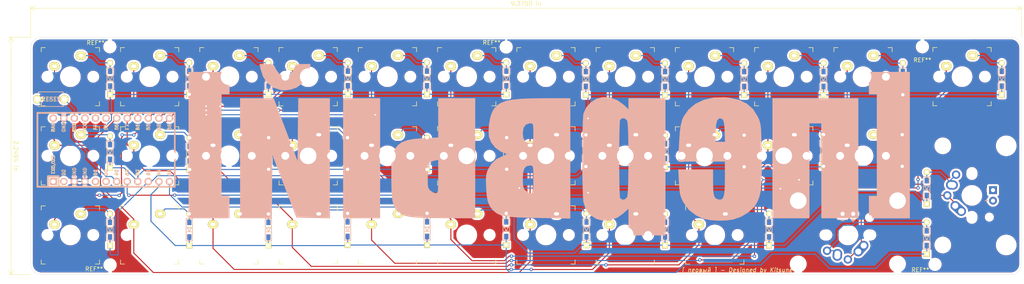
<source format=kicad_pcb>
(kicad_pcb (version 20171130) (host pcbnew "(5.1.5-0-10_14)")
  (layers (0 F.Cu signal) (31 B.Cu signal) (34 B.Paste user) (35 F.Paste user) (36 B.SilkS user) (37 F.SilkS user) (38 B.Mask user) (39 F.Mask user) (44 Edge.Cuts user))
  (net 0 "")
  (net 1 row0)
  (net 2 row1)
  (net 3 row2)
  (net 4 row3)
  (net 5 row4)
  (net 6 row5)
  (net 7 reset)
  (net 8 GND)
  (net 9 col0)
  (net 10 col1)
  (net 11 col2)
  (net 12 col3)
  (net 13 col4)
  (net 14 col5)
  (net 15 "Net-(U1-Pad1)")
  (net 16 "Net-(U1-Pad2)")
  (net 17 "Net-(U1-Pad5)")
  (net 18 "Net-(U1-Pad6)")
  (net 19 "Net-(U1-Pad19)")
  (net 20 "Net-(U1-Pad20)")
  (net 21 VCC)
  (net 22 "Net-(U1-Pad24)")
  (net 23 "Net-(D1-Pad2)")
  (net 24 "Net-(D2-Pad2)")
  (net 25 "Net-(D3-Pad2)")
  (net 26 "Net-(D4-Pad2)")
  (net 27 "Net-(D5-Pad2)")
  (net 28 "Net-(D6-Pad2)")
  (net 29 "Net-(D7-Pad2)")
  (net 30 "Net-(D8-Pad2)")
  (net 31 "Net-(D9-Pad2)")
  (net 32 "Net-(D10-Pad2)")
  (net 33 "Net-(D11-Pad2)")
  (net 34 "Net-(D12-Pad2)")
  (net 35 "Net-(D13-Pad2)")
  (net 36 "Net-(D14-Pad2)")
  (net 37 "Net-(D15-Pad2)")
  (net 38 "Net-(D16-Pad2)")
  (net 39 "Net-(D17-Pad2)")
  (net 40 "Net-(D18-Pad2)")
  (net 41 "Net-(D19-Pad2)")
  (net 42 "Net-(D20-Pad2)")
  (net 43 "Net-(D21-Pad2)")
  (net 44 "Net-(D22-Pad2)")
  (net 45 "Net-(D23-Pad2)")
  (net 46 "Net-(D24-Pad2)")
  (net 47 "Net-(D25-Pad2)")
  (net 48 "Net-(D26-Pad2)")
  (net 49 "Net-(D27-Pad2)")
  (net 50 "Net-(D28-Pad2)")
  (net 51 "Net-(D29-Pad2)")
  (net 52 "Net-(D30-Pad2)")
  (net 53 "Net-(D31-Pad2)")
  (net 54 "Net-(D32-Pad2)")
  (net 55 "Net-(D33-Pad2)")
  (net 56 "Net-(D34-Pad2)")
  (module First_keyboard30:logo (layer B.Cu) (at 150.12 110.1 180)
    (fp_text reference G*** hide)
    (fp_text value LOGO hide)
  )
  (module MountingHole:MountingHole_2.2mm_M2 (layer F.Cu) (at 47.11 137.85 90)
    (fp_text reference REF** (at -0.97 -3.83 180) (layer F.SilkS))
    (fp_text value MountingHole_2.2mm_M2)
    (pad 1 np_thru_hole circle (at 0 0 90) (size 2.2 2.2) (drill 2.2) (layers *.Cu *.Mask))
  )
  (module MountingHole:MountingHole_2.2mm_M2 (layer F.Cu) (at 47.07 85.31 90)
    (fp_text reference REF** (at 0.94 -3.42 180) (layer F.SilkS))
    (fp_text value MountingHole_2.2mm_M2)
    (pad 1 np_thru_hole circle (at 0 0 90) (size 2.2 2.2) (drill 2.2) (layers *.Cu *.Mask))
  )
  (module MountingHole:MountingHole_2.2mm_M2 (layer F.Cu) (at 142.32 85.38 90)
    (fp_text reference REF** (at 1.06 -3.5 180) (layer F.SilkS))
    (fp_text value MountingHole_2.2mm_M2)
    (pad 1 np_thru_hole circle (at 0 0 90) (size 2.2 2.2) (drill 2.2) (layers *.Cu *.Mask))
  )
  (module MountingHole:MountingHole_2.2mm_M2 (layer F.Cu) (at 245.38 137.71 90)
    (fp_text reference REF** (at -1.34 -3.52 180) (layer F.SilkS))
    (fp_text value MountingHole_2.2mm_M2)
    (pad 1 np_thru_hole circle (at 0 0 90) (size 2.2 2.2) (drill 2.2) (layers *.Cu *.Mask))
  )
  (module MountingHole:MountingHole_2.2mm_M2 (layer F.Cu) (at 242.35 85.32 180)
    (fp_text reference REF** (at 0 -3.2) (layer F.SilkS))
    (fp_text value MountingHole_2.2mm_M2)
    (pad 1 np_thru_hole circle (at 0 0 180) (size 2.2 2.2) (drill 2.2) (layers *.Cu *.Mask))
  )
  (module kbd:CherryMX_1u (layer F.Cu) (at 37.58 130.63)
    (fp_text reference SW25 hide)
    (fp_text value KEY_SW hide)
    (pad 1 thru_hole oval (at -3.81 -2.54) (size 2.5 2) (drill oval 1.2 0.8) (layers *.Cu F.SilkS B.Mask) (net 14 col5))
    (pad 2 thru_hole oval (at 2.54 -5.08) (size 2.5 2) (drill oval 1.2 0.8) (layers *.Cu F.SilkS B.Mask) (net 46 "Net-(D24-Pad2)"))
    (pad "" np_thru_hole circle (at 5.5 0 90) (size 1.9 1.9) (drill 1.9) (layers *.Cu *.Mask))
    (pad "" np_thru_hole circle (at -5.5 0 90) (size 1.9 1.9) (drill 1.9) (layers *.Cu *.Mask))
    (pad "" np_thru_hole circle (at 0 0 90) (size 4 4) (drill 4) (layers *.Cu *.Mask))
  )
  (module kbd:CherryMX_1u (layer F.Cu) (at 113.78 92.53)
    (fp_text reference SW6 hide)
    (fp_text value KEY_SW hide)
    (pad "" np_thru_hole circle (at 0 0 90) (size 4 4) (drill 4) (layers *.Cu *.Mask))
    (pad "" np_thru_hole circle (at -5.5 0 90) (size 1.9 1.9) (drill 1.9) (layers *.Cu *.Mask))
    (pad "" np_thru_hole circle (at 5.5 0 90) (size 1.9 1.9) (drill 1.9) (layers *.Cu *.Mask))
    (pad 2 thru_hole oval (at 2.54 -5.08) (size 2.5 2) (drill oval 1.2 0.8) (layers *.Cu F.SilkS B.Mask) (net 27 "Net-(D5-Pad2)"))
    (pad 1 thru_hole oval (at -3.81 -2.54) (size 2.5 2) (drill oval 1.2 0.8) (layers *.Cu F.SilkS B.Mask) (net 13 col4))
  )
  (module kbd:D3_TH_SMD (layer F.Cu) (at 123.3 111.04 90)
    (fp_text reference D17 hide)
    (fp_text value DIODE hide)
    (pad 1 smd rect (at -1.775 0 90) (size 1.3 0.95) (layers F.Cu F.Paste F.Mask) (net 3 row2))
    (pad 2 smd rect (at 1.775 0 90) (size 1.3 0.95) (layers B.Cu B.Paste B.Mask) (net 39 "Net-(D17-Pad2)"))
    (pad 1 smd rect (at -1.775 0 90) (size 1.3 0.95) (layers B.Cu B.Paste B.Mask) (net 3 row2))
    (pad 1 thru_hole rect (at -3.81 0 90) (size 1.397 1.397) (drill 0.8128) (layers *.Cu *.Mask F.SilkS) (net 3 row2))
    (pad 2 thru_hole circle (at 3.81 0 90) (size 1.397 1.397) (drill 0.8128) (layers *.Cu *.Mask F.SilkS) (net 39 "Net-(D17-Pad2)"))
    (pad 2 smd rect (at 1.775 0 90) (size 1.3 0.95) (layers F.Cu F.Paste F.Mask) (net 39 "Net-(D17-Pad2)"))
  )
  (module kbd:D3_TH_SMD (layer F.Cu) (at 180.51 93.09 90)
    (fp_text reference D8 hide)
    (fp_text value DIODE hide)
    (pad 1 smd rect (at -1.775 0 90) (size 1.3 0.95) (layers F.Cu F.Paste F.Mask) (net 2 row1))
    (pad 2 smd rect (at 1.775 0 90) (size 1.3 0.95) (layers B.Cu B.Paste B.Mask) (net 30 "Net-(D8-Pad2)"))
    (pad 1 smd rect (at -1.775 0 90) (size 1.3 0.95) (layers B.Cu B.Paste B.Mask) (net 2 row1))
    (pad 1 thru_hole rect (at -3.81 0 90) (size 1.397 1.397) (drill 0.8128) (layers *.Cu *.Mask F.SilkS) (net 2 row1))
    (pad 2 thru_hole circle (at 3.81 0 90) (size 1.397 1.397) (drill 0.8128) (layers *.Cu *.Mask F.SilkS) (net 30 "Net-(D8-Pad2)"))
    (pad 2 smd rect (at 1.775 0 90) (size 1.3 0.95) (layers F.Cu F.Paste F.Mask) (net 30 "Net-(D8-Pad2)"))
  )
  (module kbd:CherryMX_1u (layer F.Cu) (at 251.88 92.51)
    (fp_text reference SW13 hide)
    (fp_text value KEY_SW hide)
    (pad 1 thru_hole oval (at -3.81 -2.54) (size 2.5 2) (drill oval 1.2 0.8) (layers *.Cu F.SilkS B.Mask) (net 14 col5))
    (pad 2 thru_hole oval (at 2.54 -5.08) (size 2.5 2) (drill oval 1.2 0.8) (layers *.Cu F.SilkS B.Mask) (net 34 "Net-(D12-Pad2)"))
    (pad "" np_thru_hole circle (at 5.5 0 90) (size 1.9 1.9) (drill 1.9) (layers *.Cu *.Mask))
    (pad "" np_thru_hole circle (at -5.5 0 90) (size 1.9 1.9) (drill 1.9) (layers *.Cu *.Mask))
    (pad "" np_thru_hole circle (at 0 0 90) (size 4 4) (drill 4) (layers *.Cu *.Mask))
  )
  (module kbd:D3_TH_SMD (layer F.Cu) (at 47.14 93 90)
    (fp_text reference D1 hide)
    (fp_text value DIODE hide)
    (pad 1 smd rect (at -1.775 0 90) (size 1.3 0.95) (layers F.Cu F.Paste F.Mask) (net 1 row0))
    (pad 2 smd rect (at 1.775 0 90) (size 1.3 0.95) (layers B.Cu B.Paste B.Mask) (net 23 "Net-(D1-Pad2)"))
    (pad 1 smd rect (at -1.775 0 90) (size 1.3 0.95) (layers B.Cu B.Paste B.Mask) (net 1 row0))
    (pad 1 thru_hole rect (at -3.81 0 90) (size 1.397 1.397) (drill 0.8128) (layers *.Cu *.Mask F.SilkS) (net 1 row0))
    (pad 2 thru_hole circle (at 3.81 0 90) (size 1.397 1.397) (drill 0.8128) (layers *.Cu *.Mask F.SilkS) (net 23 "Net-(D1-Pad2)"))
    (pad 2 smd rect (at 1.775 0 90) (size 1.3 0.95) (layers F.Cu F.Paste F.Mask) (net 23 "Net-(D1-Pad2)"))
  )
  (module kbd:D3_TH_SMD (layer F.Cu) (at 66.15 92.95 90)
    (fp_text reference D2 hide)
    (fp_text value DIODE hide)
    (pad 2 smd rect (at 1.775 0 90) (size 1.3 0.95) (layers F.Cu F.Paste F.Mask) (net 24 "Net-(D2-Pad2)"))
    (pad 2 thru_hole circle (at 3.81 0 90) (size 1.397 1.397) (drill 0.8128) (layers *.Cu *.Mask F.SilkS) (net 24 "Net-(D2-Pad2)"))
    (pad 1 thru_hole rect (at -3.81 0 90) (size 1.397 1.397) (drill 0.8128) (layers *.Cu *.Mask F.SilkS) (net 1 row0))
    (pad 1 smd rect (at -1.775 0 90) (size 1.3 0.95) (layers B.Cu B.Paste B.Mask) (net 1 row0))
    (pad 2 smd rect (at 1.775 0 90) (size 1.3 0.95) (layers B.Cu B.Paste B.Mask) (net 24 "Net-(D2-Pad2)"))
    (pad 1 smd rect (at -1.775 0 90) (size 1.3 0.95) (layers F.Cu F.Paste F.Mask) (net 1 row0))
  )
  (module kbd:D3_TH_SMD (layer F.Cu) (at 85.18 92.95 90)
    (fp_text reference D3 hide)
    (fp_text value DIODE hide)
    (pad 1 smd rect (at -1.775 0 90) (size 1.3 0.95) (layers F.Cu F.Paste F.Mask) (net 1 row0))
    (pad 2 smd rect (at 1.775 0 90) (size 1.3 0.95) (layers B.Cu B.Paste B.Mask) (net 25 "Net-(D3-Pad2)"))
    (pad 1 smd rect (at -1.775 0 90) (size 1.3 0.95) (layers B.Cu B.Paste B.Mask) (net 1 row0))
    (pad 1 thru_hole rect (at -3.81 0 90) (size 1.397 1.397) (drill 0.8128) (layers *.Cu *.Mask F.SilkS) (net 1 row0))
    (pad 2 thru_hole circle (at 3.81 0 90) (size 1.397 1.397) (drill 0.8128) (layers *.Cu *.Mask F.SilkS) (net 25 "Net-(D3-Pad2)"))
    (pad 2 smd rect (at 1.775 0 90) (size 1.3 0.95) (layers F.Cu F.Paste F.Mask) (net 25 "Net-(D3-Pad2)"))
  )
  (module kbd:D3_TH_SMD (layer F.Cu) (at 104.27 92.94 90)
    (fp_text reference D4 hide)
    (fp_text value DIODE hide)
    (pad 2 smd rect (at 1.775 0 90) (size 1.3 0.95) (layers F.Cu F.Paste F.Mask) (net 26 "Net-(D4-Pad2)"))
    (pad 2 thru_hole circle (at 3.81 0 90) (size 1.397 1.397) (drill 0.8128) (layers *.Cu *.Mask F.SilkS) (net 26 "Net-(D4-Pad2)"))
    (pad 1 thru_hole rect (at -3.81 0 90) (size 1.397 1.397) (drill 0.8128) (layers *.Cu *.Mask F.SilkS) (net 1 row0))
    (pad 1 smd rect (at -1.775 0 90) (size 1.3 0.95) (layers B.Cu B.Paste B.Mask) (net 1 row0))
    (pad 2 smd rect (at 1.775 0 90) (size 1.3 0.95) (layers B.Cu B.Paste B.Mask) (net 26 "Net-(D4-Pad2)"))
    (pad 1 smd rect (at -1.775 0 90) (size 1.3 0.95) (layers F.Cu F.Paste F.Mask) (net 1 row0))
  )
  (module kbd:D3_TH_SMD (layer F.Cu) (at 123.28 92.94 90)
    (fp_text reference D5 hide)
    (fp_text value DIODE hide)
    (pad 2 smd rect (at 1.775 0 90) (size 1.3 0.95) (layers F.Cu F.Paste F.Mask) (net 27 "Net-(D5-Pad2)"))
    (pad 2 thru_hole circle (at 3.81 0 90) (size 1.397 1.397) (drill 0.8128) (layers *.Cu *.Mask F.SilkS) (net 27 "Net-(D5-Pad2)"))
    (pad 1 thru_hole rect (at -3.81 0 90) (size 1.397 1.397) (drill 0.8128) (layers *.Cu *.Mask F.SilkS) (net 1 row0))
    (pad 1 smd rect (at -1.775 0 90) (size 1.3 0.95) (layers B.Cu B.Paste B.Mask) (net 1 row0))
    (pad 2 smd rect (at 1.775 0 90) (size 1.3 0.95) (layers B.Cu B.Paste B.Mask) (net 27 "Net-(D5-Pad2)"))
    (pad 1 smd rect (at -1.775 0 90) (size 1.3 0.95) (layers F.Cu F.Paste F.Mask) (net 1 row0))
  )
  (module kbd:D3_TH_SMD (layer F.Cu) (at 142.35 92.95 90)
    (fp_text reference D6 hide)
    (fp_text value DIODE hide)
    (pad 1 smd rect (at -1.775 0 90) (size 1.3 0.95) (layers F.Cu F.Paste F.Mask) (net 1 row0))
    (pad 2 smd rect (at 1.775 0 90) (size 1.3 0.95) (layers B.Cu B.Paste B.Mask) (net 28 "Net-(D6-Pad2)"))
    (pad 1 smd rect (at -1.775 0 90) (size 1.3 0.95) (layers B.Cu B.Paste B.Mask) (net 1 row0))
    (pad 1 thru_hole rect (at -3.81 0 90) (size 1.397 1.397) (drill 0.8128) (layers *.Cu *.Mask F.SilkS) (net 1 row0))
    (pad 2 thru_hole circle (at 3.81 0 90) (size 1.397 1.397) (drill 0.8128) (layers *.Cu *.Mask F.SilkS) (net 28 "Net-(D6-Pad2)"))
    (pad 2 smd rect (at 1.775 0 90) (size 1.3 0.95) (layers F.Cu F.Paste F.Mask) (net 28 "Net-(D6-Pad2)"))
  )
  (module kbd:D3_TH_SMD (layer F.Cu) (at 161.46 93.08 90)
    (fp_text reference D7 hide)
    (fp_text value DIODE hide)
    (pad 1 smd rect (at -1.775 0 90) (size 1.3 0.95) (layers F.Cu F.Paste F.Mask) (net 2 row1))
    (pad 2 smd rect (at 1.775 0 90) (size 1.3 0.95) (layers B.Cu B.Paste B.Mask) (net 29 "Net-(D7-Pad2)"))
    (pad 1 smd rect (at -1.775 0 90) (size 1.3 0.95) (layers B.Cu B.Paste B.Mask) (net 2 row1))
    (pad 1 thru_hole rect (at -3.81 0 90) (size 1.397 1.397) (drill 0.8128) (layers *.Cu *.Mask F.SilkS) (net 2 row1))
    (pad 2 thru_hole circle (at 3.81 0 90) (size 1.397 1.397) (drill 0.8128) (layers *.Cu *.Mask F.SilkS) (net 29 "Net-(D7-Pad2)"))
    (pad 2 smd rect (at 1.775 0 90) (size 1.3 0.95) (layers F.Cu F.Paste F.Mask) (net 29 "Net-(D7-Pad2)"))
  )
  (module kbd:D3_TH_SMD (layer F.Cu) (at 199.52 93.09 90)
    (fp_text reference D9 hide)
    (fp_text value DIODE hide)
    (pad 2 smd rect (at 1.775 0 90) (size 1.3 0.95) (layers F.Cu F.Paste F.Mask) (net 31 "Net-(D9-Pad2)"))
    (pad 2 thru_hole circle (at 3.81 0 90) (size 1.397 1.397) (drill 0.8128) (layers *.Cu *.Mask F.SilkS) (net 31 "Net-(D9-Pad2)"))
    (pad 1 thru_hole rect (at -3.81 0 90) (size 1.397 1.397) (drill 0.8128) (layers *.Cu *.Mask F.SilkS) (net 2 row1))
    (pad 1 smd rect (at -1.775 0 90) (size 1.3 0.95) (layers B.Cu B.Paste B.Mask) (net 2 row1))
    (pad 2 smd rect (at 1.775 0 90) (size 1.3 0.95) (layers B.Cu B.Paste B.Mask) (net 31 "Net-(D9-Pad2)"))
    (pad 1 smd rect (at -1.775 0 90) (size 1.3 0.95) (layers F.Cu F.Paste F.Mask) (net 2 row1))
  )
  (module kbd:D3_TH_SMD (layer F.Cu) (at 218.59 93.09 90)
    (fp_text reference D10 hide)
    (fp_text value DIODE hide)
    (pad 1 smd rect (at -1.775 0 90) (size 1.3 0.95) (layers F.Cu F.Paste F.Mask) (net 2 row1))
    (pad 2 smd rect (at 1.775 0 90) (size 1.3 0.95) (layers B.Cu B.Paste B.Mask) (net 32 "Net-(D10-Pad2)"))
    (pad 1 smd rect (at -1.775 0 90) (size 1.3 0.95) (layers B.Cu B.Paste B.Mask) (net 2 row1))
    (pad 1 thru_hole rect (at -3.81 0 90) (size 1.397 1.397) (drill 0.8128) (layers *.Cu *.Mask F.SilkS) (net 2 row1))
    (pad 2 thru_hole circle (at 3.81 0 90) (size 1.397 1.397) (drill 0.8128) (layers *.Cu *.Mask F.SilkS) (net 32 "Net-(D10-Pad2)"))
    (pad 2 smd rect (at 1.775 0 90) (size 1.3 0.95) (layers F.Cu F.Paste F.Mask) (net 32 "Net-(D10-Pad2)"))
  )
  (module kbd:D3_TH_SMD (layer F.Cu) (at 237.64 93.06 90)
    (fp_text reference D11 hide)
    (fp_text value DIODE hide)
    (pad 2 smd rect (at 1.775 0 90) (size 1.3 0.95) (layers F.Cu F.Paste F.Mask) (net 33 "Net-(D11-Pad2)"))
    (pad 2 thru_hole circle (at 3.81 0 90) (size 1.397 1.397) (drill 0.8128) (layers *.Cu *.Mask F.SilkS) (net 33 "Net-(D11-Pad2)"))
    (pad 1 thru_hole rect (at -3.81 0 90) (size 1.397 1.397) (drill 0.8128) (layers *.Cu *.Mask F.SilkS) (net 2 row1))
    (pad 1 smd rect (at -1.775 0 90) (size 1.3 0.95) (layers B.Cu B.Paste B.Mask) (net 2 row1))
    (pad 2 smd rect (at 1.775 0 90) (size 1.3 0.95) (layers B.Cu B.Paste B.Mask) (net 33 "Net-(D11-Pad2)"))
    (pad 1 smd rect (at -1.775 0 90) (size 1.3 0.95) (layers F.Cu F.Paste F.Mask) (net 2 row1))
  )
  (module kbd:D3_TH_SMD (layer F.Cu) (at 261.42 93.01 90)
    (fp_text reference D12 hide)
    (fp_text value DIODE hide)
    (pad 1 smd rect (at -1.775 0 90) (size 1.3 0.95) (layers F.Cu F.Paste F.Mask) (net 2 row1))
    (pad 2 smd rect (at 1.775 0 90) (size 1.3 0.95) (layers B.Cu B.Paste B.Mask) (net 34 "Net-(D12-Pad2)"))
    (pad 1 smd rect (at -1.775 0 90) (size 1.3 0.95) (layers B.Cu B.Paste B.Mask) (net 2 row1))
    (pad 1 thru_hole rect (at -3.81 0 90) (size 1.397 1.397) (drill 0.8128) (layers *.Cu *.Mask F.SilkS) (net 2 row1))
    (pad 2 thru_hole circle (at 3.81 0 90) (size 1.397 1.397) (drill 0.8128) (layers *.Cu *.Mask F.SilkS) (net 34 "Net-(D12-Pad2)"))
    (pad 2 smd rect (at 1.775 0 90) (size 1.3 0.95) (layers F.Cu F.Paste F.Mask) (net 34 "Net-(D12-Pad2)"))
  )
  (module kbd:D3_TH_SMD (layer F.Cu) (at 47.12 110.65 90)
    (fp_text reference D13 hide)
    (fp_text value DIODE hide)
    (pad 2 smd rect (at 1.775 0 90) (size 1.3 0.95) (layers F.Cu F.Paste F.Mask) (net 35 "Net-(D13-Pad2)"))
    (pad 2 thru_hole circle (at 3.81 0 90) (size 1.397 1.397) (drill 0.8128) (layers *.Cu *.Mask F.SilkS) (net 35 "Net-(D13-Pad2)"))
    (pad 1 thru_hole rect (at -3.81 0 90) (size 1.397 1.397) (drill 0.8128) (layers *.Cu *.Mask F.SilkS) (net 3 row2))
    (pad 1 smd rect (at -1.775 0 90) (size 1.3 0.95) (layers B.Cu B.Paste B.Mask) (net 3 row2))
    (pad 2 smd rect (at 1.775 0 90) (size 1.3 0.95) (layers B.Cu B.Paste B.Mask) (net 35 "Net-(D13-Pad2)"))
    (pad 1 smd rect (at -1.775 0 90) (size 1.3 0.95) (layers F.Cu F.Paste F.Mask) (net 3 row2))
  )
  (module kbd:D3_TH_SMD (layer F.Cu) (at 66.24 111.06 90)
    (fp_text reference D14 hide)
    (fp_text value DIODE hide)
    (pad 2 smd rect (at 1.775 0 90) (size 1.3 0.95) (layers F.Cu F.Paste F.Mask) (net 36 "Net-(D14-Pad2)"))
    (pad 2 thru_hole circle (at 3.81 0 90) (size 1.397 1.397) (drill 0.8128) (layers *.Cu *.Mask F.SilkS) (net 36 "Net-(D14-Pad2)"))
    (pad 1 thru_hole rect (at -3.81 0 90) (size 1.397 1.397) (drill 0.8128) (layers *.Cu *.Mask F.SilkS) (net 3 row2))
    (pad 1 smd rect (at -1.775 0 90) (size 1.3 0.95) (layers B.Cu B.Paste B.Mask) (net 3 row2))
    (pad 2 smd rect (at 1.775 0 90) (size 1.3 0.95) (layers B.Cu B.Paste B.Mask) (net 36 "Net-(D14-Pad2)"))
    (pad 1 smd rect (at -1.775 0 90) (size 1.3 0.95) (layers F.Cu F.Paste F.Mask) (net 3 row2))
  )
  (module kbd:D3_TH_SMD (layer F.Cu) (at 85.23 111.01 90)
    (fp_text reference D15 hide)
    (fp_text value DIODE hide)
    (pad 1 smd rect (at -1.775 0 90) (size 1.3 0.95) (layers F.Cu F.Paste F.Mask) (net 3 row2))
    (pad 2 smd rect (at 1.775 0 90) (size 1.3 0.95) (layers B.Cu B.Paste B.Mask) (net 37 "Net-(D15-Pad2)"))
    (pad 1 smd rect (at -1.775 0 90) (size 1.3 0.95) (layers B.Cu B.Paste B.Mask) (net 3 row2))
    (pad 1 thru_hole rect (at -3.81 0 90) (size 1.397 1.397) (drill 0.8128) (layers *.Cu *.Mask F.SilkS) (net 3 row2))
    (pad 2 thru_hole circle (at 3.81 0 90) (size 1.397 1.397) (drill 0.8128) (layers *.Cu *.Mask F.SilkS) (net 37 "Net-(D15-Pad2)"))
    (pad 2 smd rect (at 1.775 0 90) (size 1.3 0.95) (layers F.Cu F.Paste F.Mask) (net 37 "Net-(D15-Pad2)"))
  )
  (module kbd:D3_TH_SMD (layer F.Cu) (at 104.2 111.01 90)
    (fp_text reference D16 hide)
    (fp_text value DIODE hide)
    (pad 2 smd rect (at 1.775 0 90) (size 1.3 0.95) (layers F.Cu F.Paste F.Mask) (net 38 "Net-(D16-Pad2)"))
    (pad 2 thru_hole circle (at 3.81 0 90) (size 1.397 1.397) (drill 0.8128) (layers *.Cu *.Mask F.SilkS) (net 38 "Net-(D16-Pad2)"))
    (pad 1 thru_hole rect (at -3.81 0 90) (size 1.397 1.397) (drill 0.8128) (layers *.Cu *.Mask F.SilkS) (net 3 row2))
    (pad 1 smd rect (at -1.775 0 90) (size 1.3 0.95) (layers B.Cu B.Paste B.Mask) (net 3 row2))
    (pad 2 smd rect (at 1.775 0 90) (size 1.3 0.95) (layers B.Cu B.Paste B.Mask) (net 38 "Net-(D16-Pad2)"))
    (pad 1 smd rect (at -1.775 0 90) (size 1.3 0.95) (layers F.Cu F.Paste F.Mask) (net 3 row2))
  )
  (module kbd:D3_TH_SMD (layer F.Cu) (at 142.44 111 90)
    (fp_text reference D18 hide)
    (fp_text value DIODE hide)
    (pad 2 smd rect (at 1.775 0 90) (size 1.3 0.95) (layers F.Cu F.Paste F.Mask) (net 40 "Net-(D18-Pad2)"))
    (pad 2 thru_hole circle (at 3.81 0 90) (size 1.397 1.397) (drill 0.8128) (layers *.Cu *.Mask F.SilkS) (net 40 "Net-(D18-Pad2)"))
    (pad 1 thru_hole rect (at -3.81 0 90) (size 1.397 1.397) (drill 0.8128) (layers *.Cu *.Mask F.SilkS) (net 3 row2))
    (pad 1 smd rect (at -1.775 0 90) (size 1.3 0.95) (layers B.Cu B.Paste B.Mask) (net 3 row2))
    (pad 2 smd rect (at 1.775 0 90) (size 1.3 0.95) (layers B.Cu B.Paste B.Mask) (net 40 "Net-(D18-Pad2)"))
    (pad 1 smd rect (at -1.775 0 90) (size 1.3 0.95) (layers F.Cu F.Paste F.Mask) (net 3 row2))
  )
  (module kbd:D3_TH_SMD (layer F.Cu) (at 161.48 110.34 90)
    (fp_text reference D19 hide)
    (fp_text value DIODE hide)
    (pad 1 smd rect (at -1.775 0 90) (size 1.3 0.95) (layers F.Cu F.Paste F.Mask) (net 4 row3))
    (pad 2 smd rect (at 1.775 0 90) (size 1.3 0.95) (layers B.Cu B.Paste B.Mask) (net 41 "Net-(D19-Pad2)"))
    (pad 1 smd rect (at -1.775 0 90) (size 1.3 0.95) (layers B.Cu B.Paste B.Mask) (net 4 row3))
    (pad 1 thru_hole rect (at -3.81 0 90) (size 1.397 1.397) (drill 0.8128) (layers *.Cu *.Mask F.SilkS) (net 4 row3))
    (pad 2 thru_hole circle (at 3.81 0 90) (size 1.397 1.397) (drill 0.8128) (layers *.Cu *.Mask F.SilkS) (net 41 "Net-(D19-Pad2)"))
    (pad 2 smd rect (at 1.775 0 90) (size 1.3 0.95) (layers F.Cu F.Paste F.Mask) (net 41 "Net-(D19-Pad2)"))
  )
  (module kbd:D3_TH_SMD (layer F.Cu) (at 180.51 110.44 90)
    (fp_text reference D20 hide)
    (fp_text value DIODE hide)
    (pad 2 smd rect (at 1.775 0 90) (size 1.3 0.95) (layers F.Cu F.Paste F.Mask) (net 42 "Net-(D20-Pad2)"))
    (pad 2 thru_hole circle (at 3.81 0 90) (size 1.397 1.397) (drill 0.8128) (layers *.Cu *.Mask F.SilkS) (net 42 "Net-(D20-Pad2)"))
    (pad 1 thru_hole rect (at -3.81 0 90) (size 1.397 1.397) (drill 0.8128) (layers *.Cu *.Mask F.SilkS) (net 4 row3))
    (pad 1 smd rect (at -1.775 0 90) (size 1.3 0.95) (layers B.Cu B.Paste B.Mask) (net 4 row3))
    (pad 2 smd rect (at 1.775 0 90) (size 1.3 0.95) (layers B.Cu B.Paste B.Mask) (net 42 "Net-(D20-Pad2)"))
    (pad 1 smd rect (at -1.775 0 90) (size 1.3 0.95) (layers F.Cu F.Paste F.Mask) (net 4 row3))
  )
  (module kbd:D3_TH_SMD (layer F.Cu) (at 199.52 110.42 90)
    (fp_text reference D21 hide)
    (fp_text value DIODE hide)
    (pad 1 smd rect (at -1.775 0 90) (size 1.3 0.95) (layers F.Cu F.Paste F.Mask) (net 4 row3))
    (pad 2 smd rect (at 1.775 0 90) (size 1.3 0.95) (layers B.Cu B.Paste B.Mask) (net 43 "Net-(D21-Pad2)"))
    (pad 1 smd rect (at -1.775 0 90) (size 1.3 0.95) (layers B.Cu B.Paste B.Mask) (net 4 row3))
    (pad 1 thru_hole rect (at -3.81 0 90) (size 1.397 1.397) (drill 0.8128) (layers *.Cu *.Mask F.SilkS) (net 4 row3))
    (pad 2 thru_hole circle (at 3.81 0 90) (size 1.397 1.397) (drill 0.8128) (layers *.Cu *.Mask F.SilkS) (net 43 "Net-(D21-Pad2)"))
    (pad 2 smd rect (at 1.775 0 90) (size 1.3 0.95) (layers F.Cu F.Paste F.Mask) (net 43 "Net-(D21-Pad2)"))
  )
  (module kbd:D3_TH_SMD (layer F.Cu) (at 218.59 110.28 90)
    (fp_text reference D22 hide)
    (fp_text value DIODE hide)
    (pad 2 smd rect (at 1.775 0 90) (size 1.3 0.95) (layers F.Cu F.Paste F.Mask) (net 44 "Net-(D22-Pad2)"))
    (pad 2 thru_hole circle (at 3.81 0 90) (size 1.397 1.397) (drill 0.8128) (layers *.Cu *.Mask F.SilkS) (net 44 "Net-(D22-Pad2)"))
    (pad 1 thru_hole rect (at -3.81 0 90) (size 1.397 1.397) (drill 0.8128) (layers *.Cu *.Mask F.SilkS) (net 4 row3))
    (pad 1 smd rect (at -1.775 0 90) (size 1.3 0.95) (layers B.Cu B.Paste B.Mask) (net 4 row3))
    (pad 2 smd rect (at 1.775 0 90) (size 1.3 0.95) (layers B.Cu B.Paste B.Mask) (net 44 "Net-(D22-Pad2)"))
    (pad 1 smd rect (at -1.775 0 90) (size 1.3 0.95) (layers F.Cu F.Paste F.Mask) (net 4 row3))
  )
  (module kbd:D3_TH_SMD (layer F.Cu) (at 237.51 110.3 90)
    (fp_text reference D23 hide)
    (fp_text value DIODE hide)
    (pad 1 smd rect (at -1.775 0 90) (size 1.3 0.95) (layers F.Cu F.Paste F.Mask) (net 4 row3))
    (pad 2 smd rect (at 1.775 0 90) (size 1.3 0.95) (layers B.Cu B.Paste B.Mask) (net 45 "Net-(D23-Pad2)"))
    (pad 1 smd rect (at -1.775 0 90) (size 1.3 0.95) (layers B.Cu B.Paste B.Mask) (net 4 row3))
    (pad 1 thru_hole rect (at -3.81 0 90) (size 1.397 1.397) (drill 0.8128) (layers *.Cu *.Mask F.SilkS) (net 4 row3))
    (pad 2 thru_hole circle (at 3.81 0 90) (size 1.397 1.397) (drill 0.8128) (layers *.Cu *.Mask F.SilkS) (net 45 "Net-(D23-Pad2)"))
    (pad 2 smd rect (at 1.775 0 90) (size 1.3 0.95) (layers F.Cu F.Paste F.Mask) (net 45 "Net-(D23-Pad2)"))
  )
  (module kbd:D3_TH_SMD (layer F.Cu) (at 47.11 129.35 90)
    (fp_text reference D24 hide)
    (fp_text value DIODE hide)
    (pad 2 smd rect (at 1.775 0 90) (size 1.3 0.95) (layers F.Cu F.Paste F.Mask) (net 46 "Net-(D24-Pad2)"))
    (pad 2 thru_hole circle (at 3.81 0 90) (size 1.397 1.397) (drill 0.8128) (layers *.Cu *.Mask F.SilkS) (net 46 "Net-(D24-Pad2)"))
    (pad 1 thru_hole rect (at -3.81 0 90) (size 1.397 1.397) (drill 0.8128) (layers *.Cu *.Mask F.SilkS) (net 4 row3))
    (pad 1 smd rect (at -1.775 0 90) (size 1.3 0.95) (layers B.Cu B.Paste B.Mask) (net 4 row3))
    (pad 2 smd rect (at 1.775 0 90) (size 1.3 0.95) (layers B.Cu B.Paste B.Mask) (net 46 "Net-(D24-Pad2)"))
    (pad 1 smd rect (at -1.775 0 90) (size 1.3 0.95) (layers F.Cu F.Paste F.Mask) (net 4 row3))
  )
  (module kbd:D3_TH_SMD (layer F.Cu) (at 66.16 129.36 90)
    (fp_text reference D25 hide)
    (fp_text value DIODE hide)
    (pad 1 smd rect (at -1.775 0 90) (size 1.3 0.95) (layers F.Cu F.Paste F.Mask) (net 5 row4))
    (pad 2 smd rect (at 1.775 0 90) (size 1.3 0.95) (layers B.Cu B.Paste B.Mask) (net 47 "Net-(D25-Pad2)"))
    (pad 1 smd rect (at -1.775 0 90) (size 1.3 0.95) (layers B.Cu B.Paste B.Mask) (net 5 row4))
    (pad 1 thru_hole rect (at -3.81 0 90) (size 1.397 1.397) (drill 0.8128) (layers *.Cu *.Mask F.SilkS) (net 5 row4))
    (pad 2 thru_hole circle (at 3.81 0 90) (size 1.397 1.397) (drill 0.8128) (layers *.Cu *.Mask F.SilkS) (net 47 "Net-(D25-Pad2)"))
    (pad 2 smd rect (at 1.775 0 90) (size 1.3 0.95) (layers F.Cu F.Paste F.Mask) (net 47 "Net-(D25-Pad2)"))
  )
  (module kbd:D3_TH_SMD (layer F.Cu) (at 85.17 129.38 90)
    (fp_text reference D26 hide)
    (fp_text value DIODE hide)
    (pad 1 smd rect (at -1.775 0 90) (size 1.3 0.95) (layers F.Cu F.Paste F.Mask) (net 5 row4))
    (pad 2 smd rect (at 1.775 0 90) (size 1.3 0.95) (layers B.Cu B.Paste B.Mask) (net 48 "Net-(D26-Pad2)"))
    (pad 1 smd rect (at -1.775 0 90) (size 1.3 0.95) (layers B.Cu B.Paste B.Mask) (net 5 row4))
    (pad 1 thru_hole rect (at -3.81 0 90) (size 1.397 1.397) (drill 0.8128) (layers *.Cu *.Mask F.SilkS) (net 5 row4))
    (pad 2 thru_hole circle (at 3.81 0 90) (size 1.397 1.397) (drill 0.8128) (layers *.Cu *.Mask F.SilkS) (net 48 "Net-(D26-Pad2)"))
    (pad 2 smd rect (at 1.775 0 90) (size 1.3 0.95) (layers F.Cu F.Paste F.Mask) (net 48 "Net-(D26-Pad2)"))
  )
  (module kbd:D3_TH_SMD (layer F.Cu) (at 104.21 129.24 90)
    (fp_text reference D27 hide)
    (fp_text value DIODE hide)
    (pad 2 smd rect (at 1.775 0 90) (size 1.3 0.95) (layers F.Cu F.Paste F.Mask) (net 49 "Net-(D27-Pad2)"))
    (pad 2 thru_hole circle (at 3.81 0 90) (size 1.397 1.397) (drill 0.8128) (layers *.Cu *.Mask F.SilkS) (net 49 "Net-(D27-Pad2)"))
    (pad 1 thru_hole rect (at -3.81 0 90) (size 1.397 1.397) (drill 0.8128) (layers *.Cu *.Mask F.SilkS) (net 5 row4))
    (pad 1 smd rect (at -1.775 0 90) (size 1.3 0.95) (layers B.Cu B.Paste B.Mask) (net 5 row4))
    (pad 2 smd rect (at 1.775 0 90) (size 1.3 0.95) (layers B.Cu B.Paste B.Mask) (net 49 "Net-(D27-Pad2)"))
    (pad 1 smd rect (at -1.775 0 90) (size 1.3 0.95) (layers F.Cu F.Paste F.Mask) (net 5 row4))
  )
  (module kbd:D3_TH_SMD (layer F.Cu) (at 123.31 129.23 90)
    (fp_text reference D28 hide)
    (fp_text value DIODE hide)
    (pad 1 smd rect (at -1.775 0 90) (size 1.3 0.95) (layers F.Cu F.Paste F.Mask) (net 5 row4))
    (pad 2 smd rect (at 1.775 0 90) (size 1.3 0.95) (layers B.Cu B.Paste B.Mask) (net 50 "Net-(D28-Pad2)"))
    (pad 1 smd rect (at -1.775 0 90) (size 1.3 0.95) (layers B.Cu B.Paste B.Mask) (net 5 row4))
    (pad 1 thru_hole rect (at -3.81 0 90) (size 1.397 1.397) (drill 0.8128) (layers *.Cu *.Mask F.SilkS) (net 5 row4))
    (pad 2 thru_hole circle (at 3.81 0 90) (size 1.397 1.397) (drill 0.8128) (layers *.Cu *.Mask F.SilkS) (net 50 "Net-(D28-Pad2)"))
    (pad 2 smd rect (at 1.775 0 90) (size 1.3 0.95) (layers F.Cu F.Paste F.Mask) (net 50 "Net-(D28-Pad2)"))
  )
  (module kbd:D3_TH_SMD (layer F.Cu) (at 142.33 129.24 90)
    (fp_text reference D29 hide)
    (fp_text value DIODE hide)
    (pad 2 smd rect (at 1.775 0 90) (size 1.3 0.95) (layers F.Cu F.Paste F.Mask) (net 51 "Net-(D29-Pad2)"))
    (pad 2 thru_hole circle (at 3.81 0 90) (size 1.397 1.397) (drill 0.8128) (layers *.Cu *.Mask F.SilkS) (net 51 "Net-(D29-Pad2)"))
    (pad 1 thru_hole rect (at -3.81 0 90) (size 1.397 1.397) (drill 0.8128) (layers *.Cu *.Mask F.SilkS) (net 5 row4))
    (pad 1 smd rect (at -1.775 0 90) (size 1.3 0.95) (layers B.Cu B.Paste B.Mask) (net 5 row4))
    (pad 2 smd rect (at 1.775 0 90) (size 1.3 0.95) (layers B.Cu B.Paste B.Mask) (net 51 "Net-(D29-Pad2)"))
    (pad 1 smd rect (at -1.775 0 90) (size 1.3 0.95) (layers F.Cu F.Paste F.Mask) (net 5 row4))
  )
  (module kbd:D3_TH_SMD (layer F.Cu) (at 243.39 131.41 90)
    (fp_text reference D30 hide)
    (fp_text value DIODE hide)
    (pad 1 smd rect (at -1.775 0 90) (size 1.3 0.95) (layers F.Cu F.Paste F.Mask) (net 5 row4))
    (pad 2 smd rect (at 1.775 0 90) (size 1.3 0.95) (layers B.Cu B.Paste B.Mask) (net 52 "Net-(D30-Pad2)"))
    (pad 1 smd rect (at -1.775 0 90) (size 1.3 0.95) (layers B.Cu B.Paste B.Mask) (net 5 row4))
    (pad 1 thru_hole rect (at -3.81 0 90) (size 1.397 1.397) (drill 0.8128) (layers *.Cu *.Mask F.SilkS) (net 5 row4))
    (pad 2 thru_hole circle (at 3.81 0 90) (size 1.397 1.397) (drill 0.8128) (layers *.Cu *.Mask F.SilkS) (net 52 "Net-(D30-Pad2)"))
    (pad 2 smd rect (at 1.775 0 90) (size 1.3 0.95) (layers F.Cu F.Paste F.Mask) (net 52 "Net-(D30-Pad2)"))
  )
  (module kbd:D3_TH_SMD (layer F.Cu) (at 161.62 129.29 90)
    (fp_text reference D31 hide)
    (fp_text value DIODE hide)
    (pad 2 smd rect (at 1.775 0 90) (size 1.3 0.95) (layers F.Cu F.Paste F.Mask) (net 53 "Net-(D31-Pad2)"))
    (pad 2 thru_hole circle (at 3.81 0 90) (size 1.397 1.397) (drill 0.8128) (layers *.Cu *.Mask F.SilkS) (net 53 "Net-(D31-Pad2)"))
    (pad 1 thru_hole rect (at -3.81 0 90) (size 1.397 1.397) (drill 0.8128) (layers *.Cu *.Mask F.SilkS) (net 6 row5))
    (pad 1 smd rect (at -1.775 0 90) (size 1.3 0.95) (layers B.Cu B.Paste B.Mask) (net 6 row5))
    (pad 2 smd rect (at 1.775 0 90) (size 1.3 0.95) (layers B.Cu B.Paste B.Mask) (net 53 "Net-(D31-Pad2)"))
    (pad 1 smd rect (at -1.775 0 90) (size 1.3 0.95) (layers F.Cu F.Paste F.Mask) (net 6 row5))
  )
  (module kbd:D3_TH_SMD (layer F.Cu) (at 180.51 129.33 90)
    (fp_text reference D32 hide)
    (fp_text value DIODE hide)
    (pad 2 smd rect (at 1.775 0 90) (size 1.3 0.95) (layers F.Cu F.Paste F.Mask) (net 54 "Net-(D32-Pad2)"))
    (pad 2 thru_hole circle (at 3.81 0 90) (size 1.397 1.397) (drill 0.8128) (layers *.Cu *.Mask F.SilkS) (net 54 "Net-(D32-Pad2)"))
    (pad 1 thru_hole rect (at -3.81 0 90) (size 1.397 1.397) (drill 0.8128) (layers *.Cu *.Mask F.SilkS) (net 6 row5))
    (pad 1 smd rect (at -1.775 0 90) (size 1.3 0.95) (layers B.Cu B.Paste B.Mask) (net 6 row5))
    (pad 2 smd rect (at 1.775 0 90) (size 1.3 0.95) (layers B.Cu B.Paste B.Mask) (net 54 "Net-(D32-Pad2)"))
    (pad 1 smd rect (at -1.775 0 90) (size 1.3 0.95) (layers F.Cu F.Paste F.Mask) (net 6 row5))
  )
  (module kbd:D3_TH_SMD (layer F.Cu) (at 205.5 129.32 90)
    (fp_text reference D33 hide)
    (fp_text value DIODE hide)
    (pad 1 smd rect (at -1.775 0 90) (size 1.3 0.95) (layers F.Cu F.Paste F.Mask) (net 6 row5))
    (pad 2 smd rect (at 1.775 0 90) (size 1.3 0.95) (layers B.Cu B.Paste B.Mask) (net 55 "Net-(D33-Pad2)"))
    (pad 1 smd rect (at -1.775 0 90) (size 1.3 0.95) (layers B.Cu B.Paste B.Mask) (net 6 row5))
    (pad 1 thru_hole rect (at -3.81 0 90) (size 1.397 1.397) (drill 0.8128) (layers *.Cu *.Mask F.SilkS) (net 6 row5))
    (pad 2 thru_hole circle (at 3.81 0 90) (size 1.397 1.397) (drill 0.8128) (layers *.Cu *.Mask F.SilkS) (net 55 "Net-(D33-Pad2)"))
    (pad 2 smd rect (at 1.775 0 90) (size 1.3 0.95) (layers F.Cu F.Paste F.Mask) (net 55 "Net-(D33-Pad2)"))
  )
  (module kbd:D3_TH_SMD (layer F.Cu) (at 243.4 119.32 90)
    (fp_text reference D34 hide)
    (fp_text value DIODE hide)
    (pad 2 smd rect (at 1.775 0 90) (size 1.3 0.95) (layers F.Cu F.Paste F.Mask) (net 56 "Net-(D34-Pad2)"))
    (pad 2 thru_hole circle (at 3.81 0 90) (size 1.397 1.397) (drill 0.8128) (layers *.Cu *.Mask F.SilkS) (net 56 "Net-(D34-Pad2)"))
    (pad 1 thru_hole rect (at -3.81 0 90) (size 1.397 1.397) (drill 0.8128) (layers *.Cu *.Mask F.SilkS) (net 6 row5))
    (pad 1 smd rect (at -1.775 0 90) (size 1.3 0.95) (layers B.Cu B.Paste B.Mask) (net 6 row5))
    (pad 2 smd rect (at 1.775 0 90) (size 1.3 0.95) (layers B.Cu B.Paste B.Mask) (net 56 "Net-(D34-Pad2)"))
    (pad 1 smd rect (at -1.775 0 90) (size 1.3 0.95) (layers F.Cu F.Paste F.Mask) (net 6 row5))
  )
  (module kbd:ResetSW (layer F.Cu) (at 32.87 97.96)
    (fp_text reference SW1 hide)
    (fp_text value RESET_SW)
    (fp_text user RESET (at 0.127 0) (layer B.SilkS) (effects (justify mirror)))
    (fp_text user RESET (at 0 0) (layer F.SilkS))
    (pad 1 thru_hole circle (at 3.25 0) (size 2 2) (drill 1.3) (layers *.Cu *.Mask F.SilkS) (net 7 reset))
    (pad 2 thru_hole circle (at -3.25 0) (size 2 2) (drill 1.3) (layers *.Cu *.Mask F.SilkS) (net 8 GND))
  )
  (module kbd:CherryMX_1u (layer F.Cu) (at 37.58 92.53)
    (fp_text reference SW2 hide)
    (fp_text value KEY_SW hide)
    (pad 1 thru_hole oval (at -3.81 -2.54) (size 2.5 2) (drill oval 1.2 0.8) (layers *.Cu F.SilkS B.Mask) (net 9 col0))
    (pad 2 thru_hole oval (at 2.54 -5.08) (size 2.5 2) (drill oval 1.2 0.8) (layers *.Cu F.SilkS B.Mask) (net 23 "Net-(D1-Pad2)"))
    (pad "" np_thru_hole circle (at 5.5 0 90) (size 1.9 1.9) (drill 1.9) (layers *.Cu *.Mask))
    (pad "" np_thru_hole circle (at -5.5 0 90) (size 1.9 1.9) (drill 1.9) (layers *.Cu *.Mask))
    (pad "" np_thru_hole circle (at 0 0 90) (size 4 4) (drill 4) (layers *.Cu *.Mask))
  )
  (module kbd:CherryMX_1u (layer F.Cu) (at 56.63 92.53)
    (fp_text reference SW3 hide)
    (fp_text value KEY_SW hide)
    (pad "" np_thru_hole circle (at 0 0 90) (size 4 4) (drill 4) (layers *.Cu *.Mask))
    (pad "" np_thru_hole circle (at -5.5 0 90) (size 1.9 1.9) (drill 1.9) (layers *.Cu *.Mask))
    (pad "" np_thru_hole circle (at 5.5 0 90) (size 1.9 1.9) (drill 1.9) (layers *.Cu *.Mask))
    (pad 2 thru_hole oval (at 2.54 -5.08) (size 2.5 2) (drill oval 1.2 0.8) (layers *.Cu F.SilkS B.Mask) (net 24 "Net-(D2-Pad2)"))
    (pad 1 thru_hole oval (at -3.81 -2.54) (size 2.5 2) (drill oval 1.2 0.8) (layers *.Cu F.SilkS B.Mask) (net 10 col1))
  )
  (module kbd:CherryMX_1u (layer F.Cu) (at 75.68 92.53)
    (fp_text reference SW4 hide)
    (fp_text value KEY_SW hide)
    (pad 1 thru_hole oval (at -3.81 -2.54) (size 2.5 2) (drill oval 1.2 0.8) (layers *.Cu F.SilkS B.Mask) (net 11 col2))
    (pad 2 thru_hole oval (at 2.54 -5.08) (size 2.5 2) (drill oval 1.2 0.8) (layers *.Cu F.SilkS B.Mask) (net 25 "Net-(D3-Pad2)"))
    (pad "" np_thru_hole circle (at 5.5 0 90) (size 1.9 1.9) (drill 1.9) (layers *.Cu *.Mask))
    (pad "" np_thru_hole circle (at -5.5 0 90) (size 1.9 1.9) (drill 1.9) (layers *.Cu *.Mask))
    (pad "" np_thru_hole circle (at 0 0 90) (size 4 4) (drill 4) (layers *.Cu *.Mask))
  )
  (module kbd:CherryMX_1u (layer F.Cu) (at 94.73 92.53)
    (fp_text reference SW5 hide)
    (fp_text value KEY_SW hide)
    (pad 1 thru_hole oval (at -3.81 -2.54) (size 2.5 2) (drill oval 1.2 0.8) (layers *.Cu F.SilkS B.Mask) (net 12 col3))
    (pad 2 thru_hole oval (at 2.54 -5.08) (size 2.5 2) (drill oval 1.2 0.8) (layers *.Cu F.SilkS B.Mask) (net 26 "Net-(D4-Pad2)"))
    (pad "" np_thru_hole circle (at 5.5 0 90) (size 1.9 1.9) (drill 1.9) (layers *.Cu *.Mask))
    (pad "" np_thru_hole circle (at -5.5 0 90) (size 1.9 1.9) (drill 1.9) (layers *.Cu *.Mask))
    (pad "" np_thru_hole circle (at 0 0 90) (size 4 4) (drill 4) (layers *.Cu *.Mask))
  )
  (module kbd:CherryMX_1u (layer F.Cu) (at 132.83 92.53)
    (fp_text reference SW7 hide)
    (fp_text value KEY_SW hide)
    (pad "" np_thru_hole circle (at 0 0 90) (size 4 4) (drill 4) (layers *.Cu *.Mask))
    (pad "" np_thru_hole circle (at -5.5 0 90) (size 1.9 1.9) (drill 1.9) (layers *.Cu *.Mask))
    (pad "" np_thru_hole circle (at 5.5 0 90) (size 1.9 1.9) (drill 1.9) (layers *.Cu *.Mask))
    (pad 2 thru_hole oval (at 2.54 -5.08) (size 2.5 2) (drill oval 1.2 0.8) (layers *.Cu F.SilkS B.Mask) (net 28 "Net-(D6-Pad2)"))
    (pad 1 thru_hole oval (at -3.81 -2.54) (size 2.5 2) (drill oval 1.2 0.8) (layers *.Cu F.SilkS B.Mask) (net 14 col5))
  )
  (module kbd:CherryMX_1u (layer F.Cu) (at 151.88 92.53)
    (fp_text reference SW8 hide)
    (fp_text value KEY_SW hide)
    (pad "" np_thru_hole circle (at 0 0 90) (size 4 4) (drill 4) (layers *.Cu *.Mask))
    (pad "" np_thru_hole circle (at -5.5 0 90) (size 1.9 1.9) (drill 1.9) (layers *.Cu *.Mask))
    (pad "" np_thru_hole circle (at 5.5 0 90) (size 1.9 1.9) (drill 1.9) (layers *.Cu *.Mask))
    (pad 2 thru_hole oval (at 2.54 -5.08) (size 2.5 2) (drill oval 1.2 0.8) (layers *.Cu F.SilkS B.Mask) (net 29 "Net-(D7-Pad2)"))
    (pad 1 thru_hole oval (at -3.81 -2.54) (size 2.5 2) (drill oval 1.2 0.8) (layers *.Cu F.SilkS B.Mask) (net 9 col0))
  )
  (module kbd:CherryMX_1u (layer F.Cu) (at 170.93 92.53)
    (fp_text reference SW9 hide)
    (fp_text value KEY_SW hide)
    (pad 1 thru_hole oval (at -3.81 -2.54) (size 2.5 2) (drill oval 1.2 0.8) (layers *.Cu F.SilkS B.Mask) (net 10 col1))
    (pad 2 thru_hole oval (at 2.54 -5.08) (size 2.5 2) (drill oval 1.2 0.8) (layers *.Cu F.SilkS B.Mask) (net 30 "Net-(D8-Pad2)"))
    (pad "" np_thru_hole circle (at 5.5 0 90) (size 1.9 1.9) (drill 1.9) (layers *.Cu *.Mask))
    (pad "" np_thru_hole circle (at -5.5 0 90) (size 1.9 1.9) (drill 1.9) (layers *.Cu *.Mask))
    (pad "" np_thru_hole circle (at 0 0 90) (size 4 4) (drill 4) (layers *.Cu *.Mask))
  )
  (module kbd:CherryMX_1u (layer F.Cu) (at 189.98 92.53)
    (fp_text reference SW10 hide)
    (fp_text value KEY_SW hide)
    (pad 1 thru_hole oval (at -3.81 -2.54) (size 2.5 2) (drill oval 1.2 0.8) (layers *.Cu F.SilkS B.Mask) (net 11 col2))
    (pad 2 thru_hole oval (at 2.54 -5.08) (size 2.5 2) (drill oval 1.2 0.8) (layers *.Cu F.SilkS B.Mask) (net 31 "Net-(D9-Pad2)"))
    (pad "" np_thru_hole circle (at 5.5 0 90) (size 1.9 1.9) (drill 1.9) (layers *.Cu *.Mask))
    (pad "" np_thru_hole circle (at -5.5 0 90) (size 1.9 1.9) (drill 1.9) (layers *.Cu *.Mask))
    (pad "" np_thru_hole circle (at 0 0 90) (size 4 4) (drill 4) (layers *.Cu *.Mask))
  )
  (module kbd:CherryMX_1u (layer F.Cu) (at 209.03 92.53)
    (fp_text reference SW11 hide)
    (fp_text value KEY_SW hide)
    (pad "" np_thru_hole circle (at 0 0 90) (size 4 4) (drill 4) (layers *.Cu *.Mask))
    (pad "" np_thru_hole circle (at -5.5 0 90) (size 1.9 1.9) (drill 1.9) (layers *.Cu *.Mask))
    (pad "" np_thru_hole circle (at 5.5 0 90) (size 1.9 1.9) (drill 1.9) (layers *.Cu *.Mask))
    (pad 2 thru_hole oval (at 2.54 -5.08) (size 2.5 2) (drill oval 1.2 0.8) (layers *.Cu F.SilkS B.Mask) (net 32 "Net-(D10-Pad2)"))
    (pad 1 thru_hole oval (at -3.81 -2.54) (size 2.5 2) (drill oval 1.2 0.8) (layers *.Cu F.SilkS B.Mask) (net 12 col3))
  )
  (module kbd:CherryMX_1u (layer F.Cu) (at 228.08 92.53)
    (fp_text reference SW12 hide)
    (fp_text value KEY_SW hide)
    (pad "" np_thru_hole circle (at 0 0 90) (size 4 4) (drill 4) (layers *.Cu *.Mask))
    (pad "" np_thru_hole circle (at -5.5 0 90) (size 1.9 1.9) (drill 1.9) (layers *.Cu *.Mask))
    (pad "" np_thru_hole circle (at 5.5 0 90) (size 1.9 1.9) (drill 1.9) (layers *.Cu *.Mask))
    (pad 2 thru_hole oval (at 2.54 -5.08) (size 2.5 2) (drill oval 1.2 0.8) (layers *.Cu F.SilkS B.Mask) (net 33 "Net-(D11-Pad2)"))
    (pad 1 thru_hole oval (at -3.81 -2.54) (size 2.5 2) (drill oval 1.2 0.8) (layers *.Cu F.SilkS B.Mask) (net 13 col4))
  )
  (module kbd:CherryMX_1u (layer F.Cu) (at 37.58 111.58)
    (fp_text reference SW14 hide)
    (fp_text value KEY_SW hide)
    (pad "" np_thru_hole circle (at 0 0 90) (size 4 4) (drill 4) (layers *.Cu *.Mask))
    (pad "" np_thru_hole circle (at -5.5 0 90) (size 1.9 1.9) (drill 1.9) (layers *.Cu *.Mask))
    (pad "" np_thru_hole circle (at 5.5 0 90) (size 1.9 1.9) (drill 1.9) (layers *.Cu *.Mask))
    (pad 2 thru_hole oval (at 2.54 -5.08) (size 2.5 2) (drill oval 1.2 0.8) (layers *.Cu F.SilkS B.Mask) (net 35 "Net-(D13-Pad2)"))
    (pad 1 thru_hole oval (at -3.81 -2.54) (size 2.5 2) (drill oval 1.2 0.8) (layers *.Cu F.SilkS B.Mask) (net 9 col0))
  )
  (module kbd:CherryMX_1u (layer F.Cu) (at 56.63 111.58)
    (fp_text reference SW15 hide)
    (fp_text value KEY_SW hide)
    (pad "" np_thru_hole circle (at 0 0 90) (size 4 4) (drill 4) (layers *.Cu *.Mask))
    (pad "" np_thru_hole circle (at -5.5 0 90) (size 1.9 1.9) (drill 1.9) (layers *.Cu *.Mask))
    (pad "" np_thru_hole circle (at 5.5 0 90) (size 1.9 1.9) (drill 1.9) (layers *.Cu *.Mask))
    (pad 2 thru_hole oval (at 2.54 -5.08) (size 2.5 2) (drill oval 1.2 0.8) (layers *.Cu F.SilkS B.Mask) (net 36 "Net-(D14-Pad2)"))
    (pad 1 thru_hole oval (at -3.81 -2.54) (size 2.5 2) (drill oval 1.2 0.8) (layers *.Cu F.SilkS B.Mask) (net 10 col1))
  )
  (module kbd:CherryMX_1u (layer F.Cu) (at 75.68 111.58)
    (fp_text reference SW16 hide)
    (fp_text value KEY_SW hide)
    (pad 1 thru_hole oval (at -3.81 -2.54) (size 2.5 2) (drill oval 1.2 0.8) (layers *.Cu F.SilkS B.Mask) (net 11 col2))
    (pad 2 thru_hole oval (at 2.54 -5.08) (size 2.5 2) (drill oval 1.2 0.8) (layers *.Cu F.SilkS B.Mask) (net 37 "Net-(D15-Pad2)"))
    (pad "" np_thru_hole circle (at 5.5 0 90) (size 1.9 1.9) (drill 1.9) (layers *.Cu *.Mask))
    (pad "" np_thru_hole circle (at -5.5 0 90) (size 1.9 1.9) (drill 1.9) (layers *.Cu *.Mask))
    (pad "" np_thru_hole circle (at 0 0 90) (size 4 4) (drill 4) (layers *.Cu *.Mask))
  )
  (module kbd:CherryMX_1u (layer F.Cu) (at 94.73 111.58)
    (fp_text reference SW17 hide)
    (fp_text value KEY_SW hide)
    (pad 1 thru_hole oval (at -3.81 -2.54) (size 2.5 2) (drill oval 1.2 0.8) (layers *.Cu F.SilkS B.Mask) (net 12 col3))
    (pad 2 thru_hole oval (at 2.54 -5.08) (size 2.5 2) (drill oval 1.2 0.8) (layers *.Cu F.SilkS B.Mask) (net 38 "Net-(D16-Pad2)"))
    (pad "" np_thru_hole circle (at 5.5 0 90) (size 1.9 1.9) (drill 1.9) (layers *.Cu *.Mask))
    (pad "" np_thru_hole circle (at -5.5 0 90) (size 1.9 1.9) (drill 1.9) (layers *.Cu *.Mask))
    (pad "" np_thru_hole circle (at 0 0 90) (size 4 4) (drill 4) (layers *.Cu *.Mask))
  )
  (module kbd:CherryMX_1u (layer F.Cu) (at 113.78 111.58)
    (fp_text reference SW18 hide)
    (fp_text value KEY_SW hide)
    (pad 1 thru_hole oval (at -3.81 -2.54) (size 2.5 2) (drill oval 1.2 0.8) (layers *.Cu F.SilkS B.Mask) (net 13 col4))
    (pad 2 thru_hole oval (at 2.54 -5.08) (size 2.5 2) (drill oval 1.2 0.8) (layers *.Cu F.SilkS B.Mask) (net 39 "Net-(D17-Pad2)"))
    (pad "" np_thru_hole circle (at 5.5 0 90) (size 1.9 1.9) (drill 1.9) (layers *.Cu *.Mask))
    (pad "" np_thru_hole circle (at -5.5 0 90) (size 1.9 1.9) (drill 1.9) (layers *.Cu *.Mask))
    (pad "" np_thru_hole circle (at 0 0 90) (size 4 4) (drill 4) (layers *.Cu *.Mask))
  )
  (module kbd:CherryMX_1u (layer F.Cu) (at 132.83 111.58)
    (fp_text reference SW19 hide)
    (fp_text value KEY_SW hide)
    (pad "" np_thru_hole circle (at 0 0 90) (size 4 4) (drill 4) (layers *.Cu *.Mask))
    (pad "" np_thru_hole circle (at -5.5 0 90) (size 1.9 1.9) (drill 1.9) (layers *.Cu *.Mask))
    (pad "" np_thru_hole circle (at 5.5 0 90) (size 1.9 1.9) (drill 1.9) (layers *.Cu *.Mask))
    (pad 2 thru_hole oval (at 2.54 -5.08) (size 2.5 2) (drill oval 1.2 0.8) (layers *.Cu F.SilkS B.Mask) (net 40 "Net-(D18-Pad2)"))
    (pad 1 thru_hole oval (at -3.81 -2.54) (size 2.5 2) (drill oval 1.2 0.8) (layers *.Cu F.SilkS B.Mask) (net 14 col5))
  )
  (module kbd:CherryMX_1u (layer F.Cu) (at 151.88 111.58)
    (fp_text reference SW20 hide)
    (fp_text value KEY_SW hide)
    (pad "" np_thru_hole circle (at 0 0 90) (size 4 4) (drill 4) (layers *.Cu *.Mask))
    (pad "" np_thru_hole circle (at -5.5 0 90) (size 1.9 1.9) (drill 1.9) (layers *.Cu *.Mask))
    (pad "" np_thru_hole circle (at 5.5 0 90) (size 1.9 1.9) (drill 1.9) (layers *.Cu *.Mask))
    (pad 2 thru_hole oval (at 2.54 -5.08) (size 2.5 2) (drill oval 1.2 0.8) (layers *.Cu F.SilkS B.Mask) (net 41 "Net-(D19-Pad2)"))
    (pad 1 thru_hole oval (at -3.81 -2.54) (size 2.5 2) (drill oval 1.2 0.8) (layers *.Cu F.SilkS B.Mask) (net 9 col0))
  )
  (module kbd:CherryMX_1u (layer F.Cu) (at 170.93 111.58)
    (fp_text reference SW21 hide)
    (fp_text value KEY_SW hide)
    (pad "" np_thru_hole circle (at 0 0 90) (size 4 4) (drill 4) (layers *.Cu *.Mask))
    (pad "" np_thru_hole circle (at -5.5 0 90) (size 1.9 1.9) (drill 1.9) (layers *.Cu *.Mask))
    (pad "" np_thru_hole circle (at 5.5 0 90) (size 1.9 1.9) (drill 1.9) (layers *.Cu *.Mask))
    (pad 2 thru_hole oval (at 2.54 -5.08) (size 2.5 2) (drill oval 1.2 0.8) (layers *.Cu F.SilkS B.Mask) (net 42 "Net-(D20-Pad2)"))
    (pad 1 thru_hole oval (at -3.81 -2.54) (size 2.5 2) (drill oval 1.2 0.8) (layers *.Cu F.SilkS B.Mask) (net 10 col1))
  )
  (module kbd:CherryMX_1u (layer F.Cu) (at 189.98 111.58)
    (fp_text reference SW22 hide)
    (fp_text value KEY_SW hide)
    (pad "" np_thru_hole circle (at 0 0 90) (size 4 4) (drill 4) (layers *.Cu *.Mask))
    (pad "" np_thru_hole circle (at -5.5 0 90) (size 1.9 1.9) (drill 1.9) (layers *.Cu *.Mask))
    (pad "" np_thru_hole circle (at 5.5 0 90) (size 1.9 1.9) (drill 1.9) (layers *.Cu *.Mask))
    (pad 2 thru_hole oval (at 2.54 -5.08) (size 2.5 2) (drill oval 1.2 0.8) (layers *.Cu F.SilkS B.Mask) (net 43 "Net-(D21-Pad2)"))
    (pad 1 thru_hole oval (at -3.81 -2.54) (size 2.5 2) (drill oval 1.2 0.8) (layers *.Cu F.SilkS B.Mask) (net 11 col2))
  )
  (module kbd:CherryMX_1u (layer F.Cu) (at 209.03 111.58)
    (fp_text reference SW23 hide)
    (fp_text value KEY_SW hide)
    (pad 1 thru_hole oval (at -3.81 -2.54) (size 2.5 2) (drill oval 1.2 0.8) (layers *.Cu F.SilkS B.Mask) (net 12 col3))
    (pad 2 thru_hole oval (at 2.54 -5.08) (size 2.5 2) (drill oval 1.2 0.8) (layers *.Cu F.SilkS B.Mask) (net 44 "Net-(D22-Pad2)"))
    (pad "" np_thru_hole circle (at 5.5 0 90) (size 1.9 1.9) (drill 1.9) (layers *.Cu *.Mask))
    (pad "" np_thru_hole circle (at -5.5 0 90) (size 1.9 1.9) (drill 1.9) (layers *.Cu *.Mask))
    (pad "" np_thru_hole circle (at 0 0 90) (size 4 4) (drill 4) (layers *.Cu *.Mask))
  )
  (module kbd:CherryMX_1u (layer F.Cu) (at 228.08 111.58)
    (fp_text reference SW24 hide)
    (fp_text value KEY_SW hide)
    (pad 1 thru_hole oval (at -3.81 -2.54) (size 2.5 2) (drill oval 1.2 0.8) (layers *.Cu F.SilkS B.Mask) (net 13 col4))
    (pad 2 thru_hole oval (at 2.54 -5.08) (size 2.5 2) (drill oval 1.2 0.8) (layers *.Cu F.SilkS B.Mask) (net 45 "Net-(D23-Pad2)"))
    (pad "" np_thru_hole circle (at 5.5 0 90) (size 1.9 1.9) (drill 1.9) (layers *.Cu *.Mask))
    (pad "" np_thru_hole circle (at -5.5 0 90) (size 1.9 1.9) (drill 1.9) (layers *.Cu *.Mask))
    (pad "" np_thru_hole circle (at 0 0 90) (size 4 4) (drill 4) (layers *.Cu *.Mask))
  )
  (module kbd:CherryMX_1u (layer F.Cu) (at 56.63 130.63)
    (fp_text reference SW26 hide)
    (fp_text value KEY_SW hide)
    (pad "" np_thru_hole circle (at 0 0 90) (size 4 4) (drill 4) (layers *.Cu *.Mask))
    (pad "" np_thru_hole circle (at -5.5 0 90) (size 1.9 1.9) (drill 1.9) (layers *.Cu *.Mask))
    (pad "" np_thru_hole circle (at 5.5 0 90) (size 1.9 1.9) (drill 1.9) (layers *.Cu *.Mask))
    (pad 2 thru_hole oval (at 2.54 -5.08) (size 2.5 2) (drill oval 1.2 0.8) (layers *.Cu F.SilkS B.Mask) (net 47 "Net-(D25-Pad2)"))
    (pad 1 thru_hole oval (at -3.81 -2.54) (size 2.5 2) (drill oval 1.2 0.8) (layers *.Cu F.SilkS B.Mask) (net 9 col0))
  )
  (module kbd:CherryMX_1u (layer F.Cu) (at 75.68 130.63)
    (fp_text reference SW27 hide)
    (fp_text value KEY_SW hide)
    (pad 1 thru_hole oval (at -3.81 -2.54) (size 2.5 2) (drill oval 1.2 0.8) (layers *.Cu F.SilkS B.Mask) (net 10 col1))
    (pad 2 thru_hole oval (at 2.54 -5.08) (size 2.5 2) (drill oval 1.2 0.8) (layers *.Cu F.SilkS B.Mask) (net 48 "Net-(D26-Pad2)"))
    (pad "" np_thru_hole circle (at 5.5 0 90) (size 1.9 1.9) (drill 1.9) (layers *.Cu *.Mask))
    (pad "" np_thru_hole circle (at -5.5 0 90) (size 1.9 1.9) (drill 1.9) (layers *.Cu *.Mask))
    (pad "" np_thru_hole circle (at 0 0 90) (size 4 4) (drill 4) (layers *.Cu *.Mask))
  )
  (module kbd:CherryMX_1u (layer F.Cu) (at 94.73 130.63)
    (fp_text reference SW28 hide)
    (fp_text value KEY_SW hide)
    (pad 1 thru_hole oval (at -3.81 -2.54) (size 2.5 2) (drill oval 1.2 0.8) (layers *.Cu F.SilkS B.Mask) (net 11 col2))
    (pad 2 thru_hole oval (at 2.54 -5.08) (size 2.5 2) (drill oval 1.2 0.8) (layers *.Cu F.SilkS B.Mask) (net 49 "Net-(D27-Pad2)"))
    (pad "" np_thru_hole circle (at 5.5 0 90) (size 1.9 1.9) (drill 1.9) (layers *.Cu *.Mask))
    (pad "" np_thru_hole circle (at -5.5 0 90) (size 1.9 1.9) (drill 1.9) (layers *.Cu *.Mask))
    (pad "" np_thru_hole circle (at 0 0 90) (size 4 4) (drill 4) (layers *.Cu *.Mask))
  )
  (module kbd:CherryMX_1u (layer F.Cu) (at 113.78 130.63)
    (fp_text reference SW29 hide)
    (fp_text value KEY_SW hide)
    (pad 1 thru_hole oval (at -3.81 -2.54) (size 2.5 2) (drill oval 1.2 0.8) (layers *.Cu F.SilkS B.Mask) (net 12 col3))
    (pad 2 thru_hole oval (at 2.54 -5.08) (size 2.5 2) (drill oval 1.2 0.8) (layers *.Cu F.SilkS B.Mask) (net 50 "Net-(D28-Pad2)"))
    (pad "" np_thru_hole circle (at 5.5 0 90) (size 1.9 1.9) (drill 1.9) (layers *.Cu *.Mask))
    (pad "" np_thru_hole circle (at -5.5 0 90) (size 1.9 1.9) (drill 1.9) (layers *.Cu *.Mask))
    (pad "" np_thru_hole circle (at 0 0 90) (size 4 4) (drill 4) (layers *.Cu *.Mask))
  )
  (module kbd:CherryMX_1u (layer F.Cu) (at 132.83 130.63)
    (fp_text reference SW30 hide)
    (fp_text value KEY_SW hide)
    (pad 1 thru_hole oval (at -3.81 -2.54) (size 2.5 2) (drill oval 1.2 0.8) (layers *.Cu F.SilkS B.Mask) (net 13 col4))
    (pad 2 thru_hole oval (at 2.54 -5.08) (size 2.5 2) (drill oval 1.2 0.8) (layers *.Cu F.SilkS B.Mask) (net 51 "Net-(D29-Pad2)"))
    (pad "" np_thru_hole circle (at 5.5 0 90) (size 1.9 1.9) (drill 1.9) (layers *.Cu *.Mask))
    (pad "" np_thru_hole circle (at -5.5 0 90) (size 1.9 1.9) (drill 1.9) (layers *.Cu *.Mask))
    (pad "" np_thru_hole circle (at 0 0 90) (size 4 4) (drill 4) (layers *.Cu *.Mask))
  )
  (module Keebio-Parts:MX-Alps-Choc-2U (layer F.Cu) (at 224.44 130.63 180)
    (fp_text reference SW31)
    (fp_text value KEY_SW)
    (fp_text user + (at -1.27 3.5) (layer F.SilkS))
    (fp_text user + (at -1.27 3.5) (layer B.SilkS))
    (fp_text user - (at 1.27 3.5) (layer F.SilkS))
    (fp_text user - (at 1.27 3.5) (layer B.SilkS))
    (pad 2 thru_hole oval (at 2.5 -4.5 266.1) (size 2.831378 2.25) (drill 1.47 (offset 0.290689 0)) (layers *.Cu *.Mask) (net 52 "Net-(D30-Pad2)"))
    (pad 2 thru_hole circle (at 2.54 -5.08 180) (size 2.25 2.25) (drill 1.47) (layers *.Cu *.Mask) (net 52 "Net-(D30-Pad2)"))
    (pad 1 thru_hole oval (at -3.81 -2.54 228.1) (size 4.211556 2.25) (drill 1.47 (offset 0.980778 0)) (layers *.Cu *.Mask) (net 14 col5))
    (pad "" np_thru_hole circle (at 0 0 180) (size 3.9878 3.9878) (drill 3.9878) (layers *.Cu *.Mask))
    (pad 1 thru_hole circle (at -2.5 -4 180) (size 2.25 2.25) (drill 1.47) (layers *.Cu *.Mask) (net 14 col5))
    (pad "" np_thru_hole circle (at -5.08 0 228.0996) (size 1.75 1.75) (drill 1.75) (layers *.Cu *.Mask))
    (pad "" np_thru_hole circle (at 5.08 0 228.0996) (size 1.75 1.75) (drill 1.75) (layers *.Cu *.Mask))
    (pad 2 thru_hole circle (at 5 -3.8 180) (size 2 2) (drill 1.2) (layers *.Cu *.Mask) (net 52 "Net-(D30-Pad2)"))
    (pad 1 thru_hole circle (at 0 -5.9 180) (size 2 2) (drill 1.2) (layers *.Cu *.Mask) (net 14 col5))
    (pad "" np_thru_hole circle (at -5.5 0 228.1) (size 1.7 1.7) (drill 1.7) (layers *.Cu *.Mask))
    (pad "" np_thru_hole circle (at 5.5 0 228.1) (size 1.7 1.7) (drill 1.7) (layers *.Cu *.Mask))
    (pad "" np_thru_hole circle (at -5.22 4.2 228.1) (size 1.2 1.2) (drill 1.2) (layers *.Cu *.Mask))
    (pad 3 thru_hole circle (at -1.27 5.08 180) (size 1.905 1.905) (drill 0.9906) (layers *.Cu *.Mask))
    (pad 4 thru_hole rect (at 1.27 5.08 180) (size 1.905 1.905) (drill 0.9906) (layers *.Cu *.Mask))
    (pad "" np_thru_hole circle (at 11.938 8.255 180) (size 3.9878 3.9878) (drill 3.9878) (layers *.Cu *.Mask))
    (pad "" np_thru_hole circle (at 11.938 -6.985 180) (size 3.048 3.048) (drill 3.048) (layers *.Cu *.Mask))
    (pad "" np_thru_hole circle (at -11.938 8.255 180) (size 3.9878 3.9878) (drill 3.9878) (layers *.Cu *.Mask))
    (pad "" np_thru_hole circle (at -11.938 -6.985 180) (size 3.048 3.048) (drill 3.048) (layers *.Cu *.Mask))
  )
  (module kbd:CherryMX_1u (layer F.Cu) (at 151.88 130.63)
    (fp_text reference SW32 hide)
    (fp_text value KEY_SW hide)
    (pad "" np_thru_hole circle (at 0 0 90) (size 4 4) (drill 4) (layers *.Cu *.Mask))
    (pad "" np_thru_hole circle (at -5.5 0 90) (size 1.9 1.9) (drill 1.9) (layers *.Cu *.Mask))
    (pad "" np_thru_hole circle (at 5.5 0 90) (size 1.9 1.9) (drill 1.9) (layers *.Cu *.Mask))
    (pad 2 thru_hole oval (at 2.54 -5.08) (size 2.5 2) (drill oval 1.2 0.8) (layers *.Cu F.SilkS B.Mask) (net 53 "Net-(D31-Pad2)"))
    (pad 1 thru_hole oval (at -3.81 -2.54) (size 2.5 2) (drill oval 1.2 0.8) (layers *.Cu F.SilkS B.Mask) (net 9 col0))
  )
  (module kbd:CherryMX_1u (layer F.Cu) (at 170.93 130.63)
    (fp_text reference SW33 hide)
    (fp_text value KEY_SW hide)
    (pad "" np_thru_hole circle (at 0 0 90) (size 4 4) (drill 4) (layers *.Cu *.Mask))
    (pad "" np_thru_hole circle (at -5.5 0 90) (size 1.9 1.9) (drill 1.9) (layers *.Cu *.Mask))
    (pad "" np_thru_hole circle (at 5.5 0 90) (size 1.9 1.9) (drill 1.9) (layers *.Cu *.Mask))
    (pad 2 thru_hole oval (at 2.54 -5.08) (size 2.5 2) (drill oval 1.2 0.8) (layers *.Cu F.SilkS B.Mask) (net 54 "Net-(D32-Pad2)"))
    (pad 1 thru_hole oval (at -3.81 -2.54) (size 2.5 2) (drill oval 1.2 0.8) (layers *.Cu F.SilkS B.Mask) (net 10 col1))
  )
  (module kbd:CherryMX_1u (layer F.Cu) (at 192.45 130.64)
    (fp_text reference SW34 hide)
    (fp_text value KEY_SW hide)
    (pad "" np_thru_hole circle (at 0 0 90) (size 4 4) (drill 4) (layers *.Cu *.Mask))
    (pad "" np_thru_hole circle (at -5.5 0 90) (size 1.9 1.9) (drill 1.9) (layers *.Cu *.Mask))
    (pad "" np_thru_hole circle (at 5.5 0 90) (size 1.9 1.9) (drill 1.9) (layers *.Cu *.Mask))
    (pad 2 thru_hole oval (at 2.54 -5.08) (size 2.5 2) (drill oval 1.2 0.8) (layers *.Cu F.SilkS B.Mask) (net 55 "Net-(D33-Pad2)"))
    (pad 1 thru_hole oval (at -3.81 -2.54) (size 2.5 2) (drill oval 1.2 0.8) (layers *.Cu F.SilkS B.Mask) (net 11 col2))
  )
  (module Keebio-Parts:MX-Alps-Choc-2U (layer F.Cu) (at 254.24 121.11 90)
    (fp_text reference SW35)
    (fp_text value KEY_SW)
    (fp_text user - (at 1.27 3.5 90) (layer B.SilkS))
    (fp_text user - (at 1.27 3.5 90) (layer F.SilkS))
    (fp_text user + (at -1.27 3.5 90) (layer B.SilkS))
    (fp_text user + (at -1.27 3.5 90) (layer F.SilkS))
    (pad "" np_thru_hole circle (at -11.938 -6.985 90) (size 3.048 3.048) (drill 3.048) (layers *.Cu *.Mask))
    (pad "" np_thru_hole circle (at -11.938 8.255 90) (size 3.9878 3.9878) (drill 3.9878) (layers *.Cu *.Mask))
    (pad "" np_thru_hole circle (at 11.938 -6.985 90) (size 3.048 3.048) (drill 3.048) (layers *.Cu *.Mask))
    (pad "" np_thru_hole circle (at 11.938 8.255 90) (size 3.9878 3.9878) (drill 3.9878) (layers *.Cu *.Mask))
    (pad 4 thru_hole rect (at 1.27 5.08 90) (size 1.905 1.905) (drill 0.9906) (layers *.Cu *.Mask))
    (pad 3 thru_hole circle (at -1.27 5.08 90) (size 1.905 1.905) (drill 0.9906) (layers *.Cu *.Mask))
    (pad "" np_thru_hole circle (at -5.22 4.2 138.1) (size 1.2 1.2) (drill 1.2) (layers *.Cu *.Mask))
    (pad "" np_thru_hole circle (at 5.5 0 138.1) (size 1.7 1.7) (drill 1.7) (layers *.Cu *.Mask))
    (pad "" np_thru_hole circle (at -5.5 0 138.1) (size 1.7 1.7) (drill 1.7) (layers *.Cu *.Mask))
    (pad 1 thru_hole circle (at 0 -5.9 90) (size 2 2) (drill 1.2) (layers *.Cu *.Mask) (net 12 col3))
    (pad 2 thru_hole circle (at 5 -3.8 90) (size 2 2) (drill 1.2) (layers *.Cu *.Mask) (net 56 "Net-(D34-Pad2)"))
    (pad "" np_thru_hole circle (at 5.08 0 138.0996) (size 1.75 1.75) (drill 1.75) (layers *.Cu *.Mask))
    (pad "" np_thru_hole circle (at -5.08 0 138.0996) (size 1.75 1.75) (drill 1.75) (layers *.Cu *.Mask))
    (pad 1 thru_hole circle (at -2.5 -4 90) (size 2.25 2.25) (drill 1.47) (layers *.Cu *.Mask) (net 12 col3))
    (pad "" np_thru_hole circle (at 0 0 90) (size 3.9878 3.9878) (drill 3.9878) (layers *.Cu *.Mask))
    (pad 1 thru_hole oval (at -3.81 -2.54 138.1) (size 4.211556 2.25) (drill 1.47 (offset 0.980778 0)) (layers *.Cu *.Mask) (net 12 col3))
    (pad 2 thru_hole circle (at 2.54 -5.08 90) (size 2.25 2.25) (drill 1.47) (layers *.Cu *.Mask) (net 56 "Net-(D34-Pad2)"))
    (pad 2 thru_hole oval (at 2.5 -4.5 176.1) (size 2.831378 2.25) (drill 1.47 (offset 0.290689 0)) (layers *.Cu *.Mask) (net 56 "Net-(D34-Pad2)"))
  )
  (module Keebio-Parts:ArduinoProMicro (layer F.Cu) (at 47.43 110.14)
    (fp_text reference U1 hide)
    (fp_text value ProMicro hide)
    (fp_text user D2 (at -11.43 5.461 90) (layer B.SilkS) (effects (font (size 0.8 0.8)) (justify mirror)))
    (fp_text user D0 (at -1.27 5.461 90) (layer B.SilkS) (effects (font (size 0.8 0.8)) (justify mirror)))
    (fp_text user D1 (at -3.81 5.461 90) (layer B.SilkS) (effects (font (size 0.8 0.8)) (justify mirror)))
    (fp_text user GND (at -6.35 5.461 90) (layer B.SilkS) (effects (font (size 0.8 0.8)) (justify mirror)))
    (fp_text user GND (at -8.89 5.461 90) (layer B.SilkS) (effects (font (size 0.8 0.8)) (justify mirror)))
    (fp_text user D4 (at 1.27 5.461 90) (layer B.SilkS) (effects (font (size 0.8 0.8)) (justify mirror)))
    (fp_text user C6 (at 3.81 5.461 90) (layer B.SilkS) (effects (font (size 0.8 0.8)) (justify mirror)))
    (fp_text user D7 (at 6.35 5.461 90) (layer B.SilkS) (effects (font (size 0.8 0.8)) (justify mirror)))
    (fp_text user E6 (at 8.89 5.461 90) (layer B.SilkS) (effects (font (size 0.8 0.8)) (justify mirror)))
    (fp_text user B4 (at 11.43 5.461 90) (layer B.SilkS) (effects (font (size 0.8 0.8)) (justify mirror)))
    (fp_text user B5 (at 13.97 5.461 90) (layer B.SilkS) (effects (font (size 0.8 0.8)) (justify mirror)))
    (fp_text user B6 (at 13.97 -5.461 90) (layer B.SilkS) (effects (font (size 0.8 0.8)) (justify mirror)))
    (fp_text user B2 (at 11.43 -5.461 90) (layer F.SilkS) (effects (font (size 0.8 0.8))))
    (fp_text user B3 (at 8.89 -5.461 90) (layer B.SilkS) (effects (font (size 0.8 0.8)) (justify mirror)))
    (fp_text user B1 (at 6.35 -5.461 90) (layer B.SilkS) (effects (font (size 0.8 0.8)) (justify mirror)))
    (fp_text user F7 (at 3.81 -5.461 90) (layer F.SilkS) (effects (font (size 0.8 0.8))))
    (fp_text user F6 (at 1.27 -5.461 90) (layer F.SilkS) (effects (font (size 0.8 0.8))))
    (fp_text user F5 (at -1.27 -5.461 90) (layer F.SilkS) (effects (font (size 0.8 0.8))))
    (fp_text user F4 (at -3.81 -5.461 90) (layer B.SilkS) (effects (font (size 0.8 0.8)) (justify mirror)))
    (fp_text user VCC (at -6.35 -5.461 90) (layer B.SilkS) (effects (font (size 0.8 0.8)) (justify mirror)))
    (fp_text user GND (at -11.43 -5.461 90) (layer B.SilkS) (effects (font (size 0.8 0.8)) (justify mirror)))
    (fp_text user RAW (at -13.97 -5.461 90) (layer B.SilkS) (effects (font (size 0.8 0.8)) (justify mirror)))
    (fp_text user RAW (at -13.97 -5.461 90) (layer F.SilkS) (effects (font (size 0.8 0.8))))
    (fp_text user GND (at -11.43 -5.461 90) (layer F.SilkS) (effects (font (size 0.8 0.8))))
    (fp_text user ST (at -8.92 -5.73312 90) (layer F.SilkS) (effects (font (size 0.8 0.8))))
    (fp_text user VCC (at -6.35 -5.461 90) (layer F.SilkS) (effects (font (size 0.8 0.8))))
    (fp_text user F4 (at -3.81 -5.461 90) (layer F.SilkS) (effects (font (size 0.8 0.8))))
    (fp_text user F5 (at -1.27 -5.461 90) (layer B.SilkS) (effects (font (size 0.8 0.8)) (justify mirror)))
    (fp_text user F6 (at 1.27 -5.461 90) (layer B.SilkS) (effects (font (size 0.8 0.8)) (justify mirror)))
    (fp_text user F7 (at 3.81 -5.461 90) (layer B.SilkS) (effects (font (size 0.8 0.8)) (justify mirror)))
    (fp_text user B1 (at 6.35 -5.461 90) (layer F.SilkS) (effects (font (size 0.8 0.8))))
    (fp_text user B3 (at 8.89 -5.461 90) (layer F.SilkS) (effects (font (size 0.8 0.8))))
    (fp_text user B2 (at 11.43 -5.461 90) (layer B.SilkS) (effects (font (size 0.8 0.8)) (justify mirror)))
    (fp_text user B6 (at 13.97 -5.461 90) (layer F.SilkS) (effects (font (size 0.8 0.8))))
    (fp_text user B5 (at 13.97 5.461 90) (layer F.SilkS) (effects (font (size 0.8 0.8))))
    (fp_text user B4 (at 11.43 5.461 90) (layer F.SilkS) (effects (font (size 0.8 0.8))))
    (fp_text user E6 (at 8.89 5.461 90) (layer F.SilkS) (effects (font (size 0.8 0.8))))
    (fp_text user D7 (at 6.35 5.461 90) (layer F.SilkS) (effects (font (size 0.8 0.8))))
    (fp_text user C6 (at 3.81 5.461 90) (layer F.SilkS) (effects (font (size 0.8 0.8))))
    (fp_text user D4 (at 1.27 5.461 90) (layer F.SilkS) (effects (font (size 0.8 0.8))))
    (fp_text user GND (at -8.89 5.461 90) (layer F.SilkS) (effects (font (size 0.8 0.8))))
    (fp_text user GND (at -6.35 5.461 90) (layer F.SilkS) (effects (font (size 0.8 0.8))))
    (fp_text user D1 (at -3.81 5.461 90) (layer F.SilkS) (effects (font (size 0.8 0.8))))
    (fp_text user D0 (at -1.27 5.461 90) (layer F.SilkS) (effects (font (size 0.8 0.8))))
    (fp_text user D2 (at -11.43 5.461 90) (layer F.SilkS) (effects (font (size 0.8 0.8))))
    (fp_text user TX0/D3 (at -13.97 3.571872 90) (layer B.SilkS) (effects (font (size 0.8 0.8)) (justify mirror)))
    (fp_text user TX0/D3 (at -13.97 3.571872 90) (layer F.SilkS) (effects (font (size 0.8 0.8))))
    (fp_text user ST (at -8.91 -5.04 90) (layer B.SilkS) (effects (font (size 0.8 0.8)) (justify mirror)))
    (pad 1 thru_hole rect (at -13.97 7.62) (size 1.7526 1.7526) (drill 1.0922) (layers *.Cu *.SilkS *.Mask) (net 15 "Net-(U1-Pad1)"))
    (pad 2 thru_hole circle (at -11.43 7.62) (size 1.7526 1.7526) (drill 1.0922) (layers *.Cu *.SilkS *.Mask) (net 16 "Net-(U1-Pad2)"))
    (pad 3 thru_hole circle (at -8.89 7.62) (size 1.7526 1.7526) (drill 1.0922) (layers *.Cu *.SilkS *.Mask) (net 8 GND))
    (pad 4 thru_hole circle (at -6.35 7.62) (size 1.7526 1.7526) (drill 1.0922) (layers *.Cu *.SilkS *.Mask) (net 8 GND))
    (pad 5 thru_hole circle (at -3.81 7.62) (size 1.7526 1.7526) (drill 1.0922) (layers *.Cu *.SilkS *.Mask) (net 17 "Net-(U1-Pad5)"))
    (pad 6 thru_hole circle (at -1.27 7.62) (size 1.7526 1.7526) (drill 1.0922) (layers *.Cu *.SilkS *.Mask) (net 18 "Net-(U1-Pad6)"))
    (pad 7 thru_hole circle (at 1.27 7.62) (size 1.7526 1.7526) (drill 1.0922) (layers *.Cu *.SilkS *.Mask) (net 1 row0))
    (pad 8 thru_hole circle (at 3.81 7.62) (size 1.7526 1.7526) (drill 1.0922) (layers *.Cu *.SilkS *.Mask) (net 2 row1))
    (pad 9 thru_hole circle (at 6.35 7.62) (size 1.7526 1.7526) (drill 1.0922) (layers *.Cu *.SilkS *.Mask) (net 3 row2))
    (pad 10 thru_hole circle (at 8.89 7.62) (size 1.7526 1.7526) (drill 1.0922) (layers *.Cu *.SilkS *.Mask) (net 4 row3))
    (pad 11 thru_hole circle (at 11.43 7.62) (size 1.7526 1.7526) (drill 1.0922) (layers *.Cu *.SilkS *.Mask) (net 5 row4))
    (pad 13 thru_hole circle (at 13.97 -7.62) (size 1.7526 1.7526) (drill 1.0922) (layers *.Cu *.SilkS *.Mask) (net 14 col5))
    (pad 14 thru_hole circle (at 11.43 -7.62) (size 1.7526 1.7526) (drill 1.0922) (layers *.Cu *.SilkS *.Mask) (net 13 col4))
    (pad 15 thru_hole circle (at 8.89 -7.62) (size 1.7526 1.7526) (drill 1.0922) (layers *.Cu *.SilkS *.Mask) (net 12 col3))
    (pad 16 thru_hole circle (at 6.35 -7.62) (size 1.7526 1.7526) (drill 1.0922) (layers *.Cu *.SilkS *.Mask) (net 11 col2))
    (pad 17 thru_hole circle (at 3.81 -7.62) (size 1.7526 1.7526) (drill 1.0922) (layers *.Cu *.SilkS *.Mask) (net 10 col1))
    (pad 18 thru_hole circle (at 1.27 -7.62) (size 1.7526 1.7526) (drill 1.0922) (layers *.Cu *.SilkS *.Mask) (net 9 col0))
    (pad 19 thru_hole circle (at -1.27 -7.62) (size 1.7526 1.7526) (drill 1.0922) (layers *.Cu *.SilkS *.Mask) (net 19 "Net-(U1-Pad19)"))
    (pad 20 thru_hole circle (at -3.81 -7.62) (size 1.7526 1.7526) (drill 1.0922) (layers *.Cu *.SilkS *.Mask) (net 20 "Net-(U1-Pad20)"))
    (pad 21 thru_hole circle (at -6.35 -7.62) (size 1.7526 1.7526) (drill 1.0922) (layers *.Cu *.SilkS *.Mask) (net 21 VCC))
    (pad 22 thru_hole circle (at -8.89 -7.62) (size 1.7526 1.7526) (drill 1.0922) (layers *.Cu *.SilkS *.Mask) (net 7 reset))
    (pad 23 thru_hole circle (at -11.43 -7.62) (size 1.7526 1.7526) (drill 1.0922) (layers *.Cu *.SilkS *.Mask) (net 8 GND))
    (pad 12 thru_hole circle (at 13.97 7.62) (size 1.7526 1.7526) (drill 1.0922) (layers *.Cu *.SilkS *.Mask) (net 6 row5))
    (pad 24 thru_hole circle (at -13.97 -7.62) (size 1.7526 1.7526) (drill 1.0922) (layers *.Cu *.SilkS *.Mask) (net 22 "Net-(U1-Pad24)"))
  )
  (dimension 238.124916 (width 0.12) (layer F.SilkS) (gr_text "238.125 mm" (at 147.102458 74.79) (layer F.SilkS) (effects (font (size 1 1) (thickness 0.15)))) (feature1 (pts (xy 266.164916 83.02) (xy 266.164916 75.473579))) (feature2 (pts (xy 28.04 83.02) (xy 28.04 75.473579))) (crossbar (pts (xy 28.04 76.06) (xy 266.164916 76.06))) (arrow1a (pts (xy 266.164916 76.06) (xy 265.038412 76.646421))) (arrow1b (pts (xy 266.164916 76.06) (xy 265.038412 75.473579))) (arrow2a (pts (xy 28.04 76.06) (xy 29.166504 76.646421))) (arrow2b (pts (xy 28.04 76.06) (xy 29.166504 75.473579))))
  (dimension 57.135002 (width 0.12) (layer F.SilkS) (gr_text "57.135 mm" (at 22.06273 111.589071 270.0150422) (layer F.SilkS) (effects (font (size 1 1) (thickness 0.15)))) (feature1 (pts (xy 28.055 140.155) (xy 22.753809 140.156392))) (feature2 (pts (xy 28.04 83.02) (xy 22.738809 83.021392))) (crossbar (pts (xy 23.32523 83.021238) (xy 23.34023 140.156238))) (arrow1a (pts (xy 23.34023 140.156238) (xy 22.753514 139.029888))) (arrow1b (pts (xy 23.34023 140.156238) (xy 23.926355 139.02958))) (arrow2a (pts (xy 23.32523 83.021238) (xy 22.739105 84.147896))) (arrow2b (pts (xy 23.32523 83.021238) (xy 23.911946 84.147588))))
  (gr_text "[ первый ] - Designed by Kitsune" (at 197.83 139.07) (layer F.SilkS) (effects (font (size 1 1) (thickness 0.15) italic)))
  (gr_line (start 263.602183 140.171957) (end 30.571797 140.162377) (layer Edge.Cuts) (width 0.05))
  (gr_line (start 30.5724 83.0251) (end 263.607843 83.01748) (layer Edge.Cuts) (width 0.05))
  (gr_line (start 28.04256 137.6224) (end 28.0451 85.5524) (layer Edge.Cuts) (width 0.05))
  (gr_line (start 266.13708 85.557457) (end 266.14216 137.64272) (layer Edge.Cuts) (width 0.05))
  (gr_arc (start 263.59708 85.557457) (end 266.13708 85.557457) (angle -89.75721403) (layer Edge.Cuts) (width 0.05))
  (gr_arc (start 263.602183 137.631957) (end 263.602183 140.171957) (angle -89.75721403) (layer Edge.Cuts) (width 0.05))
  (gr_arc (start 30.58256 137.6224) (end 28.04256 137.6224) (angle -89.75722273) (layer Edge.Cuts) (width 0.05))
  (gr_arc (start 30.5724 85.5524) (end 30.5724 83.0251) (angle -90) (layer Edge.Cuts) (width 0.05))
  (segment (start 42.87844 87.45) (end 40.12 87.45) (width 0.25) (layer B.Cu) (net 23))
  (segment (start 44.61844 89.19) (end 42.87844 87.45) (width 0.25) (layer B.Cu) (net 23))
  (segment (start 47.14 89.19) (end 44.61844 89.19) (width 0.25) (layer B.Cu) (net 23))
  (segment (start 47.14 89.19) (end 47.14 91.225) (width 0.25) (layer B.Cu) (net 23))
  (segment (start 47.14 94.775) (end 47.14 96.81) (width 0.25) (layer B.Cu) (net 1))
  (segment (start 47.823701 116.883701) (end 48.7 117.76) (width 0.25) (layer B.Cu) (net 1))
  (segment (start 47.498699 116.558699) (end 47.823701 116.883701) (width 0.25) (layer B.Cu) (net 1))
  (segment (start 41.59828 110.6148) (end 41.59828 111.985282) (width 0.25) (layer B.Cu) (net 1))
  (segment (start 46.171697 116.558699) (end 47.498699 116.558699) (width 0.25) (layer B.Cu) (net 1))
  (segment (start 47.4606 102.997326) (end 46.137246 104.32068) (width 0.25) (layer B.Cu) (net 1))
  (segment (start 38.18452 107.20104) (end 41.59828 110.6148) (width 0.25) (layer B.Cu) (net 1))
  (segment (start 41.59828 111.985282) (end 46.171697 116.558699) (width 0.25) (layer B.Cu) (net 1))
  (segment (start 38.18452 105.30112) (end 38.18452 107.20104) (width 0.25) (layer B.Cu) (net 1))
  (segment (start 46.137246 104.32068) (end 39.16496 104.32068) (width 0.25) (layer B.Cu) (net 1))
  (segment (start 47.14 97.797828) (end 47.4606 98.118428) (width 0.25) (layer B.Cu) (net 1))
  (segment (start 47.14 96.81) (end 47.14 97.797828) (width 0.25) (layer B.Cu) (net 1))
  (segment (start 47.4606 98.118428) (end 47.4606 102.997326) (width 0.25) (layer B.Cu) (net 1))
  (segment (start 39.16496 104.32068) (end 38.18452 105.30112) (width 0.25) (layer B.Cu) (net 1))
  (segment (start 66.1 96.81) (end 66.15 96.76) (width 0.25) (layer B.Cu) (net 1))
  (segment (start 47.14 96.81) (end 66.1 96.81) (width 0.25) (layer B.Cu) (net 1))
  (segment (start 66.15 96.76) (end 66.15 94.725) (width 0.25) (layer B.Cu) (net 1))
  (segment (start 66.15 96.76) (end 85.18 96.76) (width 0.25) (layer B.Cu) (net 1))
  (segment (start 85.18 96.76) (end 85.18 94.725) (width 0.25) (layer B.Cu) (net 1))
  (segment (start 104.26 96.76) (end 104.27 96.75) (width 0.25) (layer B.Cu) (net 1))
  (segment (start 85.18 96.76) (end 104.26 96.76) (width 0.25) (layer B.Cu) (net 1))
  (segment (start 104.27 94.715) (end 104.27 96.75) (width 0.25) (layer B.Cu) (net 1))
  (segment (start 104.27 96.75) (end 123.28 96.75) (width 0.25) (layer B.Cu) (net 1))
  (segment (start 123.28 96.75) (end 123.28 94.715) (width 0.25) (layer B.Cu) (net 1))
  (segment (start 142.34 96.75) (end 142.35 96.76) (width 0.25) (layer B.Cu) (net 1))
  (segment (start 123.28 96.75) (end 142.34 96.75) (width 0.25) (layer B.Cu) (net 1))
  (segment (start 142.35 96.76) (end 142.35 94.725) (width 0.25) (layer B.Cu) (net 1))
  (segment (start 66.15 91.175) (end 66.15 89.14) (width 0.25) (layer B.Cu) (net 24))
  (segment (start 62.02496 87.45) (end 59.17 87.45) (width 0.25) (layer B.Cu) (net 24))
  (segment (start 63.71496 89.14) (end 62.02496 87.45) (width 0.25) (layer B.Cu) (net 24))
  (segment (start 66.15 89.14) (end 63.71496 89.14) (width 0.25) (layer B.Cu) (net 24))
  (segment (start 85.18 91.175) (end 85.18 89.14) (width 0.25) (layer B.Cu) (net 25))
  (segment (start 80.87176 87.45) (end 79.72 87.45) (width 0.25) (layer B.Cu) (net 25))
  (segment (start 79.72 87.45) (end 78.22 87.45) (width 0.25) (layer B.Cu) (net 25))
  (segment (start 82.56176 89.14) (end 80.87176 87.45) (width 0.25) (layer B.Cu) (net 25))
  (segment (start 85.18 89.14) (end 82.56176 89.14) (width 0.25) (layer B.Cu) (net 25))
  (segment (start 104.27 91.165) (end 104.27 89.13) (width 0.25) (layer B.Cu) (net 26))
  (segment (start 98.77 87.45) (end 97.27 87.45) (width 0.25) (layer B.Cu) (net 26))
  (segment (start 100.09956 87.45) (end 98.77 87.45) (width 0.25) (layer B.Cu) (net 26))
  (segment (start 101.77956 89.13) (end 100.09956 87.45) (width 0.25) (layer B.Cu) (net 26))
  (segment (start 104.27 89.13) (end 101.77956 89.13) (width 0.25) (layer B.Cu) (net 26))
  (segment (start 123.28 91.165) (end 123.28 89.13) (width 0.25) (layer B.Cu) (net 27))
  (segment (start 117.82 87.45) (end 116.32 87.45) (width 0.25) (layer B.Cu) (net 27))
  (segment (start 119.10892 87.45) (end 117.82 87.45) (width 0.25) (layer B.Cu) (net 27))
  (segment (start 120.78892 89.13) (end 119.10892 87.45) (width 0.25) (layer B.Cu) (net 27))
  (segment (start 123.28 89.13) (end 120.78892 89.13) (width 0.25) (layer B.Cu) (net 27))
  (segment (start 142.35 91.175) (end 142.35 89.14) (width 0.25) (layer B.Cu) (net 28))
  (segment (start 136.87 87.45) (end 135.37 87.45) (width 0.25) (layer B.Cu) (net 28))
  (segment (start 138.04208 87.45) (end 136.87 87.45) (width 0.25) (layer B.Cu) (net 28))
  (segment (start 139.73208 89.14) (end 138.04208 87.45) (width 0.25) (layer B.Cu) (net 28))
  (segment (start 142.35 89.14) (end 139.73208 89.14) (width 0.25) (layer B.Cu) (net 28))
  (segment (start 161.46 91.305) (end 161.46 89.27) (width 0.25) (layer B.Cu) (net 29))
  (segment (start 158.92732 89.27) (end 161.46 89.27) (width 0.25) (layer B.Cu) (net 29))
  (segment (start 157.10732 87.45) (end 158.92732 89.27) (width 0.25) (layer B.Cu) (net 29))
  (segment (start 154.42 87.45) (end 157.10732 87.45) (width 0.25) (layer B.Cu) (net 29))
  (via (at 162.00952 120.44968) (size 0.8) (drill 0.4) (layers F.Cu B.Cu) (net 2))
  (via (at 161.98412 102.56808) (size 0.8) (drill 0.4) (layers F.Cu B.Cu) (net 2))
  (segment (start 162.409519 120.049681) (end 162.00952 120.44968) (width 0.25) (layer F.Cu) (net 2))
  (segment (start 163.09156 119.36764) (end 162.409519 120.049681) (width 0.25) (layer F.Cu) (net 2))
  (segment (start 163.09156 103.67552) (end 163.09156 119.36764) (width 0.25) (layer F.Cu) (net 2))
  (segment (start 161.98412 102.56808) (end 163.09156 103.67552) (width 0.25) (layer F.Cu) (net 2))
  (via (at 51.6516 121.06944) (size 0.8) (drill 0.4) (layers F.Cu B.Cu) (net 2))
  (via (at 62.63456 121.04404) (size 0.8) (drill 0.4) (layers F.Cu B.Cu) (net 2))
  (segment (start 62.60916 121.06944) (end 62.63456 121.04404) (width 0.25) (layer F.Cu) (net 2))
  (segment (start 51.6516 121.06944) (end 62.60916 121.06944) (width 0.25) (layer F.Cu) (net 2))
  (segment (start 51.24 120.65784) (end 51.6516 121.06944) (width 0.25) (layer B.Cu) (net 2))
  (segment (start 51.24 117.76) (end 51.24 120.65784) (width 0.25) (layer B.Cu) (net 2))
  (segment (start 161.41516 121.04404) (end 162.00952 120.44968) (width 0.25) (layer B.Cu) (net 2))
  (segment (start 62.63456 121.04404) (end 161.41516 121.04404) (width 0.25) (layer B.Cu) (net 2))
  (segment (start 161.98412 97.41412) (end 161.46 96.89) (width 0.25) (layer B.Cu) (net 2))
  (segment (start 161.98412 102.56808) (end 161.98412 97.41412) (width 0.25) (layer B.Cu) (net 2))
  (segment (start 161.46 96.89) (end 161.46 94.855) (width 0.25) (layer B.Cu) (net 2))
  (segment (start 261.42 94.785) (end 261.42 96.82) (width 0.25) (layer B.Cu) (net 2))
  (segment (start 261.37 96.87) (end 261.42 96.82) (width 0.25) (layer B.Cu) (net 2))
  (segment (start 237.64 96.87) (end 261.37 96.87) (width 0.25) (layer B.Cu) (net 2))
  (segment (start 237.61 96.9) (end 237.64 96.87) (width 0.25) (layer B.Cu) (net 2))
  (segment (start 218.59 96.9) (end 237.61 96.9) (width 0.25) (layer B.Cu) (net 2))
  (segment (start 180.5 96.89) (end 180.51 96.9) (width 0.25) (layer B.Cu) (net 2))
  (segment (start 161.46 96.89) (end 180.5 96.89) (width 0.25) (layer B.Cu) (net 2))
  (segment (start 180.51 96.9) (end 199.52 96.9) (width 0.25) (layer B.Cu) (net 2))
  (segment (start 199.52 96.9) (end 218.59 96.9) (width 0.25) (layer B.Cu) (net 2))
  (segment (start 237.64 94.835) (end 237.64 96.87) (width 0.25) (layer B.Cu) (net 2))
  (segment (start 180.51 94.865) (end 180.51 96.9) (width 0.25) (layer B.Cu) (net 2))
  (segment (start 199.52 94.865) (end 199.52 96.9) (width 0.25) (layer B.Cu) (net 2))
  (segment (start 218.59 94.865) (end 218.59 96.9) (width 0.25) (layer B.Cu) (net 2))
  (segment (start 176.12684 87.45) (end 177.95684 89.28) (width 0.25) (layer B.Cu) (net 30))
  (segment (start 177.95684 89.28) (end 180.51 89.28) (width 0.25) (layer B.Cu) (net 30))
  (segment (start 173.47 87.45) (end 176.12684 87.45) (width 0.25) (layer B.Cu) (net 30))
  (segment (start 180.51 89.28) (end 180.51 91.315) (width 0.25) (layer B.Cu) (net 30))
  (segment (start 197.017 89.28) (end 199.52 89.28) (width 0.25) (layer B.Cu) (net 31))
  (segment (start 195.187 87.45) (end 197.017 89.28) (width 0.25) (layer B.Cu) (net 31))
  (segment (start 192.52 87.45) (end 195.187 87.45) (width 0.25) (layer B.Cu) (net 31))
  (segment (start 199.52 89.28) (end 199.52 91.315) (width 0.25) (layer B.Cu) (net 31))
  (segment (start 216.05176 89.28) (end 218.59 89.28) (width 0.25) (layer B.Cu) (net 32))
  (segment (start 214.22176 87.45) (end 216.05176 89.28) (width 0.25) (layer B.Cu) (net 32))
  (segment (start 211.57 87.45) (end 214.22176 87.45) (width 0.25) (layer B.Cu) (net 32))
  (segment (start 218.59 89.28) (end 218.59 91.315) (width 0.25) (layer B.Cu) (net 32))
  (segment (start 235.04636 89.25) (end 237.64 89.25) (width 0.25) (layer B.Cu) (net 33))
  (segment (start 233.24636 87.45) (end 235.04636 89.25) (width 0.25) (layer B.Cu) (net 33))
  (segment (start 230.62 87.45) (end 233.24636 87.45) (width 0.25) (layer B.Cu) (net 33))
  (segment (start 237.64 89.25) (end 237.64 91.285) (width 0.25) (layer B.Cu) (net 33))
  (segment (start 257.16332 87.43) (end 258.93332 89.2) (width 0.25) (layer B.Cu) (net 34))
  (segment (start 258.93332 89.2) (end 261.42 89.2) (width 0.25) (layer B.Cu) (net 34))
  (segment (start 254.42 87.43) (end 257.16332 87.43) (width 0.25) (layer B.Cu) (net 34))
  (segment (start 261.42 89.2) (end 261.42 91.235) (width 0.25) (layer B.Cu) (net 34))
  (segment (start 47.12 112.425) (end 47.12 114.46) (width 0.25) (layer B.Cu) (net 3))
  (segment (start 50.48 114.46) (end 53.78 117.76) (width 0.25) (layer B.Cu) (net 3))
  (segment (start 47.12 114.46) (end 50.48 114.46) (width 0.25) (layer B.Cu) (net 3))
  (segment (start 65.252172 114.87) (end 66.24 114.87) (width 0.25) (layer B.Cu) (net 3))
  (segment (start 55.430725 114.87) (end 65.252172 114.87) (width 0.25) (layer B.Cu) (net 3))
  (segment (start 53.78 116.520725) (end 55.430725 114.87) (width 0.25) (layer B.Cu) (net 3))
  (segment (start 53.78 117.76) (end 53.78 116.520725) (width 0.25) (layer B.Cu) (net 3))
  (segment (start 66.24 114.87) (end 66.24 112.835) (width 0.25) (layer B.Cu) (net 3))
  (segment (start 85.18 114.87) (end 85.23 114.82) (width 0.25) (layer B.Cu) (net 3))
  (segment (start 66.24 114.87) (end 85.18 114.87) (width 0.25) (layer B.Cu) (net 3))
  (segment (start 85.23 114.82) (end 85.23 112.785) (width 0.25) (layer B.Cu) (net 3))
  (segment (start 85.23 114.82) (end 104.2 114.82) (width 0.25) (layer B.Cu) (net 3))
  (segment (start 104.2 112.785) (end 104.2 114.82) (width 0.25) (layer B.Cu) (net 3))
  (segment (start 123.27 114.82) (end 123.3 114.85) (width 0.25) (layer B.Cu) (net 3))
  (segment (start 104.2 114.82) (end 123.27 114.82) (width 0.25) (layer B.Cu) (net 3))
  (segment (start 123.3 114.85) (end 123.3 112.815) (width 0.25) (layer B.Cu) (net 3))
  (segment (start 142.4 114.85) (end 142.44 114.81) (width 0.25) (layer B.Cu) (net 3))
  (segment (start 123.3 114.85) (end 142.4 114.85) (width 0.25) (layer B.Cu) (net 3))
  (segment (start 142.44 114.81) (end 142.44 112.775) (width 0.25) (layer B.Cu) (net 3))
  (segment (start 46.78 106.5) (end 47.12 106.84) (width 0.25) (layer B.Cu) (net 35))
  (segment (start 40.12 106.5) (end 46.78 106.5) (width 0.25) (layer B.Cu) (net 35))
  (segment (start 47.12 108.875) (end 47.12 106.84) (width 0.25) (layer B.Cu) (net 35))
  (segment (start 66.24 109.285) (end 66.24 107.25) (width 0.25) (layer B.Cu) (net 36))
  (segment (start 59.77452 105.89548) (end 59.17 106.5) (width 0.25) (layer B.Cu) (net 36))
  (segment (start 64.88548 105.89548) (end 59.77452 105.89548) (width 0.25) (layer B.Cu) (net 36))
  (segment (start 66.24 107.25) (end 64.88548 105.89548) (width 0.25) (layer B.Cu) (net 36))
  (segment (start 85.23 109.235) (end 85.23 107.2) (width 0.25) (layer B.Cu) (net 37))
  (segment (start 79.6932 105.0268) (end 78.22 106.5) (width 0.25) (layer B.Cu) (net 37))
  (segment (start 83.0568 105.0268) (end 79.6932 105.0268) (width 0.25) (layer B.Cu) (net 37))
  (segment (start 85.23 107.2) (end 83.0568 105.0268) (width 0.25) (layer B.Cu) (net 37))
  (segment (start 98.65684 105.11316) (end 97.27 106.5) (width 0.25) (layer B.Cu) (net 38))
  (segment (start 102.11316 105.11316) (end 98.65684 105.11316) (width 0.25) (layer B.Cu) (net 38))
  (segment (start 104.2 107.2) (end 102.11316 105.11316) (width 0.25) (layer B.Cu) (net 38))
  (segment (start 104.2 107.2) (end 104.2 109.235) (width 0.25) (layer B.Cu) (net 38))
  (segment (start 123.3 109.265) (end 123.3 107.23) (width 0.25) (layer B.Cu) (net 39))
  (segment (start 117.82876 104.99124) (end 116.32 106.5) (width 0.25) (layer B.Cu) (net 39))
  (segment (start 121.06124 104.99124) (end 117.82876 104.99124) (width 0.25) (layer B.Cu) (net 39))
  (segment (start 123.3 107.23) (end 121.06124 104.99124) (width 0.25) (layer B.Cu) (net 39))
  (segment (start 142.44 109.225) (end 142.44 107.19) (width 0.25) (layer B.Cu) (net 40))
  (segment (start 140.36824 105.11824) (end 142.44 107.19) (width 0.25) (layer B.Cu) (net 40))
  (segment (start 136.75176 105.11824) (end 140.36824 105.11824) (width 0.25) (layer B.Cu) (net 40))
  (segment (start 135.37 106.5) (end 136.75176 105.11824) (width 0.25) (layer B.Cu) (net 40))
  (segment (start 160.08856 105.13856) (end 161.48 106.53) (width 0.25) (layer B.Cu) (net 41))
  (segment (start 155.78144 105.13856) (end 160.08856 105.13856) (width 0.25) (layer B.Cu) (net 41))
  (segment (start 154.42 106.5) (end 155.78144 105.13856) (width 0.25) (layer B.Cu) (net 41))
  (segment (start 161.48 106.53) (end 161.48 108.565) (width 0.25) (layer B.Cu) (net 41))
  (segment (start 56.32 117.76) (end 49.03032 125.04968) (width 0.25) (layer B.Cu) (net 4))
  (segment (start 49.03032 125.04968) (end 49.03032 135.42552) (width 0.25) (layer B.Cu) (net 4))
  (segment (start 49.03032 135.42552) (end 47.22692 135.42552) (width 0.25) (layer B.Cu) (net 4))
  (segment (start 47.11 135.3086) (end 47.11 133.16) (width 0.25) (layer B.Cu) (net 4))
  (segment (start 47.22692 135.42552) (end 47.11 135.3086) (width 0.25) (layer B.Cu) (net 4))
  (segment (start 47.11 133.16) (end 47.11 131.125) (width 0.25) (layer B.Cu) (net 4))
  (segment (start 57.082074 117.76) (end 58.476714 116.36536) (width 0.25) (layer B.Cu) (net 4))
  (segment (start 56.32 117.76) (end 57.082074 117.76) (width 0.25) (layer B.Cu) (net 4))
  (segment (start 159.26464 116.36536) (end 161.48 114.15) (width 0.25) (layer B.Cu) (net 4))
  (segment (start 58.476714 116.36536) (end 159.26464 116.36536) (width 0.25) (layer B.Cu) (net 4))
  (segment (start 180.41 114.15) (end 180.51 114.25) (width 0.25) (layer B.Cu) (net 4))
  (segment (start 161.48 114.15) (end 180.41 114.15) (width 0.25) (layer B.Cu) (net 4))
  (segment (start 199.5 114.25) (end 199.52 114.23) (width 0.25) (layer B.Cu) (net 4))
  (segment (start 180.51 114.25) (end 199.5 114.25) (width 0.25) (layer B.Cu) (net 4))
  (segment (start 218.45 114.23) (end 218.59 114.09) (width 0.25) (layer B.Cu) (net 4))
  (segment (start 199.52 114.23) (end 218.45 114.23) (width 0.25) (layer B.Cu) (net 4))
  (segment (start 237.49 114.09) (end 237.51 114.11) (width 0.25) (layer B.Cu) (net 4))
  (segment (start 218.59 114.09) (end 237.49 114.09) (width 0.25) (layer B.Cu) (net 4))
  (segment (start 237.51 112.075) (end 237.51 114.11) (width 0.25) (layer B.Cu) (net 4))
  (segment (start 218.59 112.055) (end 218.59 114.09) (width 0.25) (layer B.Cu) (net 4))
  (segment (start 199.52 112.195) (end 199.52 114.23) (width 0.25) (layer B.Cu) (net 4))
  (segment (start 180.51 112.215) (end 180.51 114.25) (width 0.25) (layer B.Cu) (net 4))
  (segment (start 161.48 112.115) (end 161.48 114.15) (width 0.25) (layer B.Cu) (net 4))
  (segment (start 180.51 106.63) (end 180.51 108.665) (width 0.25) (layer B.Cu) (net 42))
  (segment (start 178.91188 105.03188) (end 180.51 106.63) (width 0.25) (layer B.Cu) (net 42))
  (segment (start 174.93812 105.03188) (end 178.91188 105.03188) (width 0.25) (layer B.Cu) (net 42))
  (segment (start 173.47 106.5) (end 174.93812 105.03188) (width 0.25) (layer B.Cu) (net 42))
  (segment (start 199.52 108.645) (end 199.52 106.61) (width 0.25) (layer B.Cu) (net 43))
  (segment (start 197.94696 105.03696) (end 199.52 106.61) (width 0.25) (layer B.Cu) (net 43))
  (segment (start 193.98304 105.03696) (end 197.94696 105.03696) (width 0.25) (layer B.Cu) (net 43))
  (segment (start 192.52 106.5) (end 193.98304 105.03696) (width 0.25) (layer B.Cu) (net 43))
  (segment (start 217.31952 105.19952) (end 218.59 106.47) (width 0.25) (layer B.Cu) (net 44))
  (segment (start 212.87048 105.19952) (end 217.31952 105.19952) (width 0.25) (layer B.Cu) (net 44))
  (segment (start 211.57 106.5) (end 212.87048 105.19952) (width 0.25) (layer B.Cu) (net 44))
  (segment (start 218.59 106.47) (end 218.59 108.505) (width 0.25) (layer B.Cu) (net 44))
  (segment (start 237.51 106.49) (end 237.51 108.525) (width 0.25) (layer B.Cu) (net 45))
  (segment (start 236.05188 105.03188) (end 237.51 106.49) (width 0.25) (layer B.Cu) (net 45))
  (segment (start 232.08812 105.03188) (end 236.05188 105.03188) (width 0.25) (layer B.Cu) (net 45))
  (segment (start 230.62 106.5) (end 232.08812 105.03188) (width 0.25) (layer B.Cu) (net 45))
  (segment (start 47.11 127.575) (end 47.11 125.54) (width 0.25) (layer B.Cu) (net 46))
  (segment (start 45.82968 124.25968) (end 47.11 125.54) (width 0.25) (layer B.Cu) (net 46))
  (segment (start 41.41032 124.25968) (end 45.82968 124.25968) (width 0.25) (layer B.Cu) (net 46))
  (segment (start 40.12 125.55) (end 41.41032 124.25968) (width 0.25) (layer B.Cu) (net 46))
  (segment (start 64.96112 124.35112) (end 66.16 125.55) (width 0.25) (layer B.Cu) (net 47))
  (segment (start 60.36888 124.35112) (end 64.96112 124.35112) (width 0.25) (layer B.Cu) (net 47))
  (segment (start 59.17 125.55) (end 60.36888 124.35112) (width 0.25) (layer B.Cu) (net 47))
  (segment (start 66.16 127.585) (end 66.16 125.55) (width 0.25) (layer B.Cu) (net 47))
  (segment (start 66.16 131.135) (end 66.16 133.17) (width 0.25) (layer B.Cu) (net 5))
  (segment (start 85.15 133.17) (end 85.17 133.19) (width 0.25) (layer B.Cu) (net 5))
  (segment (start 66.16 133.17) (end 85.15 133.17) (width 0.25) (layer B.Cu) (net 5))
  (segment (start 104.07 133.19) (end 104.21 133.05) (width 0.25) (layer B.Cu) (net 5))
  (segment (start 85.17 133.19) (end 104.07 133.19) (width 0.25) (layer B.Cu) (net 5))
  (segment (start 123.3 133.05) (end 123.31 133.04) (width 0.25) (layer B.Cu) (net 5))
  (segment (start 104.21 133.05) (end 123.3 133.05) (width 0.25) (layer B.Cu) (net 5))
  (segment (start 142.32 133.04) (end 142.33 133.05) (width 0.25) (layer B.Cu) (net 5))
  (segment (start 123.31 133.04) (end 142.32 133.04) (width 0.25) (layer B.Cu) (net 5))
  (segment (start 243.39 135.22) (end 243.39 133.185) (width 0.25) (layer B.Cu) (net 5))
  (segment (start 65.172172 133.17) (end 66.16 133.17) (width 0.25) (layer B.Cu) (net 5))
  (segment (start 62.782998 133.17) (end 65.172172 133.17) (width 0.25) (layer B.Cu) (net 5))
  (segment (start 58.86 117.76) (end 58.86 118.999275) (width 0.25) (layer B.Cu) (net 5))
  (segment (start 56.95004 127.337042) (end 62.782998 133.17) (width 0.25) (layer B.Cu) (net 5))
  (segment (start 56.95004 120.909235) (end 56.95004 127.337042) (width 0.25) (layer B.Cu) (net 5))
  (segment (start 58.86 118.999275) (end 56.95004 120.909235) (width 0.25) (layer B.Cu) (net 5))
  (segment (start 85.17 133.19) (end 85.17 131.155) (width 0.25) (layer B.Cu) (net 5))
  (segment (start 104.21 133.05) (end 104.21 131.015) (width 0.25) (layer B.Cu) (net 5))
  (segment (start 123.31 133.04) (end 123.31 131.005) (width 0.25) (layer B.Cu) (net 5))
  (segment (start 142.33 131.015) (end 142.33 133.05) (width 0.25) (layer B.Cu) (net 5))
  (segment (start 242.402172 135.22) (end 243.39 135.22) (width 0.25) (layer B.Cu) (net 5))
  (segment (start 143.221119 139.665881) (end 183.169159 139.665881) (width 0.25) (layer B.Cu) (net 5))
  (segment (start 184.98636 137.84868) (end 203.57916 137.84868) (width 0.25) (layer B.Cu) (net 5))
  (segment (start 206.17784 135.25) (end 216.571 135.25) (width 0.25) (layer B.Cu) (net 5))
  (segment (start 142.33 133.05) (end 142.33 138.774762) (width 0.25) (layer B.Cu) (net 5))
  (segment (start 234.63552 135.22) (end 242.402172 135.22) (width 0.25) (layer B.Cu) (net 5))
  (segment (start 183.169159 139.665881) (end 184.98636 137.84868) (width 0.25) (layer B.Cu) (net 5))
  (segment (start 216.571 135.25) (end 219.99264 138.67164) (width 0.25) (layer B.Cu) (net 5))
  (segment (start 203.57916 137.84868) (end 206.17784 135.25) (width 0.25) (layer B.Cu) (net 5))
  (segment (start 219.99264 138.67164) (end 231.18388 138.67164) (width 0.25) (layer B.Cu) (net 5))
  (segment (start 142.33 138.774762) (end 143.221119 139.665881) (width 0.25) (layer B.Cu) (net 5))
  (segment (start 231.18388 138.67164) (end 234.63552 135.22) (width 0.25) (layer B.Cu) (net 5))
  (segment (start 83.97 124.37) (end 85.17 125.57) (width 0.25) (layer B.Cu) (net 48))
  (segment (start 78.22 125.55) (end 79.4 124.37) (width 0.25) (layer B.Cu) (net 48))
  (segment (start 79.4 124.37) (end 83.97 124.37) (width 0.25) (layer B.Cu) (net 48))
  (segment (start 85.17 125.57) (end 85.17 127.61) (width 0.25) (layer B.Cu) (net 48))
  (segment (start 103.39 124.61) (end 104.21 125.43) (width 0.25) (layer B.Cu) (net 49))
  (segment (start 97.27 125.55) (end 98.21 124.61) (width 0.25) (layer B.Cu) (net 49))
  (segment (start 98.21 124.61) (end 103.39 124.61) (width 0.25) (layer B.Cu) (net 49))
  (segment (start 104.21 125.43) (end 104.21 127.465) (width 0.25) (layer B.Cu) (net 49))
  (segment (start 123.18 125.55) (end 123.31 125.42) (width 0.25) (layer B.Cu) (net 50))
  (segment (start 116.32 125.55) (end 123.18 125.55) (width 0.25) (layer B.Cu) (net 50))
  (segment (start 123.31 125.42) (end 123.31 127.455) (width 0.25) (layer B.Cu) (net 50))
  (segment (start 141.5 124.6) (end 142.33 125.43) (width 0.25) (layer B.Cu) (net 51))
  (segment (start 135.37 125.55) (end 136.32 124.6) (width 0.25) (layer B.Cu) (net 51))
  (segment (start 136.32 124.6) (end 141.5 124.6) (width 0.25) (layer B.Cu) (net 51))
  (segment (start 142.33 127.465) (end 142.33 125.43) (width 0.25) (layer B.Cu) (net 51))
  (segment (start 225.553073 128.311099) (end 225.555987 128.314013) (width 0.25) (layer B.Cu) (net 52))
  (segment (start 223.326927 128.311099) (end 225.553073 128.311099) (width 0.25) (layer B.Cu) (net 52))
  (segment (start 225.555987 128.314013) (end 226.27 127.6) (width 0.25) (layer B.Cu) (net 52))
  (segment (start 222.121099 129.516927) (end 223.326927 128.311099) (width 0.25) (layer B.Cu) (net 52))
  (segment (start 222.121099 131.743073) (end 222.121099 129.516927) (width 0.25) (layer B.Cu) (net 52))
  (segment (start 226.27 127.6) (end 243.39 127.6) (width 0.25) (layer B.Cu) (net 52))
  (segment (start 222.124013 131.745987) (end 222.121099 131.743073) (width 0.25) (layer B.Cu) (net 52))
  (segment (start 219.44 134.43) (end 222.124013 131.745987) (width 0.25) (layer B.Cu) (net 52))
  (segment (start 221.24 134.43) (end 219.44 134.43) (width 0.25) (layer B.Cu) (net 52))
  (segment (start 221.94 135.13) (end 221.24 134.43) (width 0.25) (layer B.Cu) (net 52))
  (segment (start 243.39 127.6) (end 243.39 129.635) (width 0.25) (layer B.Cu) (net 52))
  (segment (start 158.723212 135.00896) (end 160.632172 133.1) (width 0.25) (layer B.Cu) (net 6))
  (segment (start 160.632172 133.1) (end 161.62 133.1) (width 0.25) (layer B.Cu) (net 6))
  (segment (start 144.20623 131.53635) (end 147.67884 135.00896) (width 0.25) (layer B.Cu) (net 6))
  (segment (start 143.07339 123.90111) (end 144.20623 125.03395) (width 0.25) (layer B.Cu) (net 6))
  (segment (start 64.418628 123.90111) (end 143.07339 123.90111) (width 0.25) (layer B.Cu) (net 6))
  (segment (start 147.67884 135.00896) (end 158.723212 135.00896) (width 0.25) (layer B.Cu) (net 6))
  (segment (start 144.20623 125.03395) (end 144.20623 131.53635) (width 0.25) (layer B.Cu) (net 6))
  (segment (start 61.4 120.882482) (end 64.418628 123.90111) (width 0.25) (layer B.Cu) (net 6))
  (segment (start 61.4 117.76) (end 61.4 120.882482) (width 0.25) (layer B.Cu) (net 6))
  (segment (start 180.47 133.1) (end 180.51 133.14) (width 0.25) (layer B.Cu) (net 6))
  (segment (start 161.62 133.1) (end 180.47 133.1) (width 0.25) (layer B.Cu) (net 6))
  (segment (start 205.49 133.14) (end 205.5 133.13) (width 0.25) (layer B.Cu) (net 6))
  (segment (start 180.51 133.14) (end 205.49 133.14) (width 0.25) (layer B.Cu) (net 6))
  (segment (start 240.326099 120.056099) (end 242.701501 122.431501) (width 0.25) (layer B.Cu) (net 6))
  (segment (start 242.701501 122.431501) (end 243.4 123.13) (width 0.25) (layer B.Cu) (net 6))
  (segment (start 222.331861 120.056099) (end 240.326099 120.056099) (width 0.25) (layer B.Cu) (net 6))
  (segment (start 209.25796 133.13) (end 222.331861 120.056099) (width 0.25) (layer B.Cu) (net 6))
  (segment (start 205.5 133.13) (end 209.25796 133.13) (width 0.25) (layer B.Cu) (net 6))
  (segment (start 243.4 123.13) (end 243.4 121.095) (width 0.25) (layer B.Cu) (net 6))
  (segment (start 161.62 131.065) (end 161.62 133.1) (width 0.25) (layer B.Cu) (net 6))
  (segment (start 180.51 133.14) (end 180.51 131.105) (width 0.25) (layer B.Cu) (net 6))
  (segment (start 205.5 131.095) (end 205.5 133.13) (width 0.25) (layer B.Cu) (net 6))
  (segment (start 160.39 124.25) (end 161.62 125.48) (width 0.25) (layer B.Cu) (net 53))
  (segment (start 154.42 125.55) (end 155.72 124.25) (width 0.25) (layer B.Cu) (net 53))
  (segment (start 155.72 124.25) (end 160.39 124.25) (width 0.25) (layer B.Cu) (net 53))
  (segment (start 161.62 127.515) (end 161.62 125.48) (width 0.25) (layer B.Cu) (net 53))
  (segment (start 180.51 127.555) (end 180.51 125.52) (width 0.25) (layer B.Cu) (net 54))
  (segment (start 174.69 124.33) (end 173.47 125.55) (width 0.25) (layer B.Cu) (net 54))
  (segment (start 180.51 125.52) (end 179.32 124.33) (width 0.25) (layer B.Cu) (net 54))
  (segment (start 179.32 124.33) (end 174.69 124.33) (width 0.25) (layer B.Cu) (net 54))
  (segment (start 204.49 124.5) (end 205.5 125.51) (width 0.25) (layer B.Cu) (net 55))
  (segment (start 194.99 125.56) (end 196.05 124.5) (width 0.25) (layer B.Cu) (net 55))
  (segment (start 196.05 124.5) (end 204.49 124.5) (width 0.25) (layer B.Cu) (net 55))
  (segment (start 205.5 127.545) (end 205.5 125.51) (width 0.25) (layer B.Cu) (net 55))
  (segment (start 249.16 117.39) (end 249.16 118.57) (width 0.25) (layer B.Cu) (net 56))
  (segment (start 250.44 116.11) (end 249.16 117.39) (width 0.25) (layer B.Cu) (net 56))
  (segment (start 246.64 115.51) (end 243.4 115.51) (width 0.25) (layer B.Cu) (net 56))
  (segment (start 249.74 118.61) (end 246.64 115.51) (width 0.25) (layer B.Cu) (net 56))
  (segment (start 243.4 115.51) (end 243.4 117.545) (width 0.25) (layer B.Cu) (net 56))
  (segment (start 38.54 100.38) (end 36.12 97.96) (width 0.25) (layer B.Cu) (net 7))
  (segment (start 38.54 102.52) (end 38.54 100.38) (width 0.25) (layer B.Cu) (net 7))
  (segment (start 41.08 111.02616) (end 41.08 116.520725) (width 0.25) (layer B.Cu) (net 8))
  (segment (start 36 105.94616) (end 41.08 111.02616) (width 0.25) (layer B.Cu) (net 8))
  (segment (start 41.08 116.520725) (end 41.08 117.76) (width 0.25) (layer B.Cu) (net 8))
  (segment (start 36 102.52) (end 36 105.94616) (width 0.25) (layer B.Cu) (net 8))
  (segment (start 39.840725 117.76) (end 38.54 117.76) (width 0.25) (layer B.Cu) (net 8))
  (segment (start 41.08 117.76) (end 39.840725 117.76) (width 0.25) (layer B.Cu) (net 8))
  (segment (start 31.44 97.96) (end 29.62 97.96) (width 0.25) (layer B.Cu) (net 8))
  (segment (start 36 102.52) (end 31.44 97.96) (width 0.25) (layer B.Cu) (net 8))
  (segment (start 31.93612 105.95612) (end 31.93612 95.25288) (width 0.25) (layer F.Cu) (net 9))
  (segment (start 33.77 91.24) (end 33.77 89.99) (width 0.25) (layer F.Cu) (net 9))
  (segment (start 33.77 93.419) (end 33.77 91.24) (width 0.25) (layer F.Cu) (net 9))
  (segment (start 33.77 109.04) (end 33.77 107.79) (width 0.25) (layer F.Cu) (net 9))
  (segment (start 31.93612 95.25288) (end 33.77 93.419) (width 0.25) (layer F.Cu) (net 9))
  (segment (start 33.77 107.79) (end 31.93612 105.95612) (width 0.25) (layer F.Cu) (net 9))
  (segment (start 33.77 109.04) (end 42.18 109.04) (width 0.25) (layer F.Cu) (net 9))
  (segment (start 42.18 109.04) (end 42.31456 108.99428) (width 0.25) (layer F.Cu) (net 9))
  (segment (start 42.31456 108.99428) (end 48.7 102.52) (width 0.25) (layer F.Cu) (net 9))
  (segment (start 44.821301 111.130181) (end 42.6854 108.99428) (width 0.25) (layer F.Cu) (net 9))
  (segment (start 42.6854 108.99428) (end 42.31456 108.99428) (width 0.25) (layer F.Cu) (net 9))
  (segment (start 44.821301 118.841301) (end 44.821301 111.130181) (width 0.25) (layer F.Cu) (net 9))
  (segment (start 52.82 126.84) (end 44.821301 118.841301) (width 0.25) (layer F.Cu) (net 9))
  (segment (start 52.82 128.09) (end 52.82 126.84) (width 0.25) (layer F.Cu) (net 9))
  (segment (start 148.07 126.84) (end 148.07 109.04) (width 0.25) (layer F.Cu) (net 9))
  (segment (start 148.07 128.09) (end 148.07 126.84) (width 0.25) (layer F.Cu) (net 9))
  (segment (start 148.07 109.04) (end 148.07 89.99) (width 0.25) (layer F.Cu) (net 9))
  (segment (start 52.82 128.09) (end 52.82 134.96832) (width 0.25) (layer F.Cu) (net 9))
  (segment (start 148.07 137.05112) (end 148.07 129.34) (width 0.25) (layer F.Cu) (net 9))
  (segment (start 57.519 139.66732) (end 145.4538 139.66732) (width 0.25) (layer F.Cu) (net 9))
  (segment (start 148.07 129.34) (end 148.07 128.09) (width 0.25) (layer F.Cu) (net 9))
  (segment (start 52.82 134.96832) (end 57.519 139.66732) (width 0.25) (layer F.Cu) (net 9))
  (segment (start 145.4538 139.66732) (end 148.07 137.05112) (width 0.25) (layer F.Cu) (net 9))
  (via (at 143.55896 138.93072) (size 0.8) (drill 0.4) (layers F.Cu B.Cu) (net 10))
  (via (at 148.33924 138.94088) (size 0.8) (drill 0.4) (layers F.Cu B.Cu) (net 10))
  (segment (start 52.82 100.94) (end 52.82 89.99) (width 0.25) (layer F.Cu) (net 10))
  (segment (start 51.24 102.52) (end 52.82 100.94) (width 0.25) (layer F.Cu) (net 10))
  (segment (start 51.32 109.04) (end 52.82 109.04) (width 0.25) (layer F.Cu) (net 10))
  (segment (start 51.24 108.96) (end 51.32 109.04) (width 0.25) (layer F.Cu) (net 10))
  (segment (start 51.24 102.52) (end 51.24 108.96) (width 0.25) (layer F.Cu) (net 10))
  (segment (start 71.87 126.84) (end 71.87 128.09) (width 0.25) (layer F.Cu) (net 10))
  (segment (start 55.55304 115.18172) (end 61.54236 115.18172) (width 0.25) (layer F.Cu) (net 10))
  (segment (start 71.87 125.50936) (end 71.87 126.84) (width 0.25) (layer F.Cu) (net 10))
  (segment (start 61.54236 115.18172) (end 71.87 125.50936) (width 0.25) (layer F.Cu) (net 10))
  (segment (start 52.82 112.44868) (end 55.55304 115.18172) (width 0.25) (layer F.Cu) (net 10))
  (segment (start 52.82 109.04) (end 52.82 112.44868) (width 0.25) (layer F.Cu) (net 10))
  (segment (start 167.12 134.88704) (end 167.12 129.34) (width 0.25) (layer F.Cu) (net 10))
  (segment (start 148.34432 138.94596) (end 163.06108 138.94596) (width 0.25) (layer F.Cu) (net 10))
  (segment (start 167.12 129.34) (end 167.12 128.09) (width 0.25) (layer F.Cu) (net 10))
  (segment (start 163.06108 138.94596) (end 167.12 134.88704) (width 0.25) (layer F.Cu) (net 10))
  (segment (start 148.33924 138.94088) (end 148.34432 138.94596) (width 0.25) (layer F.Cu) (net 10))
  (segment (start 148.32908 138.93072) (end 148.33924 138.94088) (width 0.25) (layer B.Cu) (net 10))
  (segment (start 143.55896 138.93072) (end 148.32908 138.93072) (width 0.25) (layer B.Cu) (net 10))
  (segment (start 142.993275 138.93072) (end 143.55896 138.93072) (width 0.25) (layer F.Cu) (net 10))
  (segment (start 71.87 133.85072) (end 76.95 138.93072) (width 0.25) (layer F.Cu) (net 10))
  (segment (start 76.95 138.93072) (end 142.993275 138.93072) (width 0.25) (layer F.Cu) (net 10))
  (segment (start 71.87 128.09) (end 71.87 133.85072) (width 0.25) (layer F.Cu) (net 10))
  (segment (start 167.12 126.84) (end 167.12 109.04) (width 0.25) (layer F.Cu) (net 10))
  (segment (start 167.12 128.09) (end 167.12 126.84) (width 0.25) (layer F.Cu) (net 10))
  (segment (start 167.12 91.24) (end 167.12 109.04) (width 0.25) (layer F.Cu) (net 10))
  (segment (start 167.12 89.99) (end 167.12 91.24) (width 0.25) (layer F.Cu) (net 10))
  (via (at 143.56404 137.83344) (size 0.8) (drill 0.4) (layers F.Cu B.Cu) (net 11))
  (via (at 166.30212 137.8436) (size 0.8) (drill 0.4) (layers F.Cu B.Cu) (net 11))
  (segment (start 71.87 95.578) (end 71.87 91.24) (width 0.25) (layer F.Cu) (net 11))
  (segment (start 71.87 91.24) (end 71.87 89.99) (width 0.25) (layer F.Cu) (net 11))
  (segment (start 71.87 95.578) (end 71.87 109.04) (width 0.25) (layer F.Cu) (net 11))
  (segment (start 90.92 126.84) (end 90.92 128.09) (width 0.25) (layer F.Cu) (net 11))
  (segment (start 85.17992 121.09992) (end 90.92 126.84) (width 0.25) (layer F.Cu) (net 11))
  (segment (start 79.48492 121.09992) (end 85.17992 121.09992) (width 0.25) (layer F.Cu) (net 11))
  (segment (start 71.87 113.485) (end 79.48492 121.09992) (width 0.25) (layer F.Cu) (net 11))
  (segment (start 71.87 109.04) (end 71.87 113.485) (width 0.25) (layer F.Cu) (net 11))
  (segment (start 142.998355 137.83344) (end 143.56404 137.83344) (width 0.25) (layer F.Cu) (net 11))
  (segment (start 142.637675 138.19412) (end 142.998355 137.83344) (width 0.25) (layer F.Cu) (net 11))
  (segment (start 95.492 138.19412) (end 142.637675 138.19412) (width 0.25) (layer F.Cu) (net 11))
  (segment (start 90.92 133.62212) (end 95.492 138.19412) (width 0.25) (layer F.Cu) (net 11))
  (segment (start 90.92 128.09) (end 90.92 133.62212) (width 0.25) (layer F.Cu) (net 11))
  (segment (start 166.29196 137.83344) (end 166.30212 137.8436) (width 0.25) (layer B.Cu) (net 11))
  (segment (start 143.56404 137.83344) (end 166.29196 137.83344) (width 0.25) (layer B.Cu) (net 11))
  (segment (start 188.64 133.00124) (end 188.64 129.35) (width 0.25) (layer F.Cu) (net 11))
  (segment (start 188.64 129.35) (end 188.64 128.1) (width 0.25) (layer F.Cu) (net 11))
  (segment (start 166.31736 137.82836) (end 183.81288 137.82836) (width 0.25) (layer F.Cu) (net 11))
  (segment (start 183.81288 137.82836) (end 188.64 133.00124) (width 0.25) (layer F.Cu) (net 11))
  (segment (start 166.30212 137.8436) (end 166.31736 137.82836) (width 0.25) (layer F.Cu) (net 11))
  (segment (start 186.17 110.29) (end 186.17 109.04) (width 0.25) (layer F.Cu) (net 11))
  (segment (start 186.17 125.63) (end 186.17 110.29) (width 0.25) (layer F.Cu) (net 11))
  (segment (start 188.64 128.1) (end 186.17 125.63) (width 0.25) (layer F.Cu) (net 11))
  (segment (start 186.17 107.79) (end 186.17 89.99) (width 0.25) (layer F.Cu) (net 11))
  (segment (start 186.17 109.04) (end 186.17 107.79) (width 0.25) (layer F.Cu) (net 11))
  (segment (start 68.35972 99.08828) (end 71.87 95.578) (width 0.25) (layer F.Cu) (net 11))
  (segment (start 55.972445 99.08828) (end 68.35972 99.08828) (width 0.25) (layer F.Cu) (net 11))
  (segment (start 53.78 101.280725) (end 55.972445 99.08828) (width 0.25) (layer F.Cu) (net 11))
  (segment (start 53.78 102.52) (end 53.78 101.280725) (width 0.25) (layer F.Cu) (net 11))
  (via (at 188.87764 136.6244) (size 0.8) (drill 0.4) (layers F.Cu B.Cu) (net 12))
  (via (at 143.57928 136.78188) (size 0.8) (drill 0.4) (layers F.Cu B.Cu) (net 12))
  (via (at 73.5718 99.65216) (size 0.8) (drill 0.4) (layers F.Cu B.Cu) (net 12))
  (segment (start 109.97 125.16392) (end 109.97 128.09) (width 0.25) (layer F.Cu) (net 12))
  (segment (start 107.3284 122.52232) (end 109.97 125.16392) (width 0.25) (layer F.Cu) (net 12))
  (segment (start 97.71196 122.52232) (end 107.3284 122.52232) (width 0.25) (layer F.Cu) (net 12))
  (segment (start 90.92 115.73036) (end 97.71196 122.52232) (width 0.25) (layer F.Cu) (net 12))
  (segment (start 90.92 109.04) (end 90.92 115.73036) (width 0.25) (layer F.Cu) (net 12))
  (segment (start 205.22 112.93636) (end 205.22 110.29) (width 0.25) (layer F.Cu) (net 12))
  (segment (start 196.51288 136.6244) (end 202.71048 130.4268) (width 0.25) (layer F.Cu) (net 12))
  (segment (start 202.71048 115.44588) (end 205.22 112.93636) (width 0.25) (layer F.Cu) (net 12))
  (segment (start 202.71048 130.4268) (end 202.71048 115.44588) (width 0.25) (layer F.Cu) (net 12))
  (segment (start 205.22 110.29) (end 205.22 109.04) (width 0.25) (layer F.Cu) (net 12))
  (segment (start 188.87764 136.6244) (end 196.51288 136.6244) (width 0.25) (layer F.Cu) (net 12))
  (segment (start 205.22 107.79) (end 205.22 89.99) (width 0.25) (layer F.Cu) (net 12))
  (segment (start 205.22 109.04) (end 205.22 107.79) (width 0.25) (layer F.Cu) (net 12))
  (segment (start 188.72016 136.78188) (end 188.87764 136.6244) (width 0.25) (layer B.Cu) (net 12))
  (segment (start 143.57928 136.78188) (end 188.72016 136.78188) (width 0.25) (layer B.Cu) (net 12))
  (segment (start 251.7 124.47) (end 248.34 121.11) (width 0.25) (layer F.Cu) (net 12))
  (segment (start 251.7 124.92) (end 251.7 124.47) (width 0.25) (layer F.Cu) (net 12))
  (segment (start 143.013595 136.78188) (end 143.57928 136.78188) (width 0.25) (layer F.Cu) (net 12))
  (segment (start 142.343035 137.45244) (end 143.013595 136.78188) (width 0.25) (layer F.Cu) (net 12))
  (segment (start 109.97 131.85936) (end 115.56308 137.45244) (width 0.25) (layer F.Cu) (net 12))
  (segment (start 115.56308 137.45244) (end 142.343035 137.45244) (width 0.25) (layer F.Cu) (net 12))
  (segment (start 109.97 128.09) (end 109.97 131.85936) (width 0.25) (layer F.Cu) (net 12))
  (segment (start 90.92 93.1142) (end 84.44554 99.58866) (width 0.25) (layer F.Cu) (net 12))
  (segment (start 90.92 89.99) (end 90.92 93.1142) (width 0.25) (layer F.Cu) (net 12))
  (segment (start 84.38204 99.65216) (end 84.44554 99.58866) (width 0.25) (layer F.Cu) (net 12))
  (segment (start 73.5718 99.65216) (end 84.38204 99.65216) (width 0.25) (layer F.Cu) (net 12))
  (segment (start 73.5718 99.65216) (end 70.229434 99.65216) (width 0.25) (layer B.Cu) (net 12))
  (via (at 70.206752 99.629478) (size 0.8) (drill 0.4) (layers F.Cu B.Cu) (net 12))
  (segment (start 70.229434 99.65216) (end 70.206752 99.629478) (width 0.25) (layer B.Cu) (net 12))
  (segment (start 84.44554 99.58866) (end 90.92 106.06312) (width 0.25) (layer F.Cu) (net 12))
  (segment (start 90.92 106.06312) (end 90.92 109.04) (width 0.25) (layer F.Cu) (net 12))
  (segment (start 69.98595 99.85028) (end 70.206752 99.629478) (width 0.25) (layer F.Cu) (net 12))
  (segment (start 58.98972 99.85028) (end 69.98595 99.85028) (width 0.25) (layer F.Cu) (net 12))
  (segment (start 56.32 102.52) (end 58.98972 99.85028) (width 0.25) (layer F.Cu) (net 12))
  (segment (start 242.3294 118.40244) (end 210.68608 118.40244) (width 0.25) (layer F.Cu) (net 12))
  (segment (start 210.68608 118.40244) (end 205.22 112.93636) (width 0.25) (layer F.Cu) (net 12))
  (segment (start 245.03696 121.11) (end 242.3294 118.40244) (width 0.25) (layer F.Cu) (net 12))
  (segment (start 248.34 121.11) (end 245.03696 121.11) (width 0.25) (layer F.Cu) (net 12))
  (via (at 203.69092 117.36104) (size 0.8) (drill 0.4) (layers F.Cu B.Cu) (net 13))
  (via (at 212.713 117.35088) (size 0.8) (drill 0.4) (layers F.Cu B.Cu) (net 13))
  (via (at 201.9942 135.77604) (size 0.8) (drill 0.4) (layers F.Cu B.Cu) (net 13))
  (via (at 143.58436 135.7354) (size 0.8) (drill 0.4) (layers F.Cu B.Cu) (net 13))
  (via (at 70.219 100.6326) (size 0.8) (drill 0.4) (layers F.Cu B.Cu) (net 13))
  (via (at 87.60784 100.58688) (size 0.8) (drill 0.4) (layers F.Cu B.Cu) (net 13))
  (segment (start 224.27 91.24) (end 224.27 109.04) (width 0.25) (layer F.Cu) (net 13))
  (segment (start 224.27 89.99) (end 224.27 91.24) (width 0.25) (layer F.Cu) (net 13))
  (segment (start 87.60784 100.58688) (end 102.76688 100.58688) (width 0.25) (layer F.Cu) (net 13))
  (segment (start 109.97 100.58688) (end 102.76688 100.58688) (width 0.25) (layer F.Cu) (net 13))
  (segment (start 109.97 89.99) (end 109.97 100.58688) (width 0.25) (layer F.Cu) (net 13))
  (segment (start 109.97 100.58688) (end 109.97 109.04) (width 0.25) (layer F.Cu) (net 13))
  (segment (start 143.018675 135.7354) (end 143.58436 135.7354) (width 0.25) (layer F.Cu) (net 13))
  (segment (start 141.941715 136.81236) (end 143.018675 135.7354) (width 0.25) (layer F.Cu) (net 13))
  (segment (start 134.11016 136.81236) (end 141.941715 136.81236) (width 0.25) (layer F.Cu) (net 13))
  (segment (start 129.02 131.7222) (end 134.11016 136.81236) (width 0.25) (layer F.Cu) (net 13))
  (segment (start 129.02 128.09) (end 129.02 131.7222) (width 0.25) (layer F.Cu) (net 13))
  (segment (start 201.95356 135.7354) (end 201.9942 135.77604) (width 0.25) (layer B.Cu) (net 13))
  (segment (start 143.58436 135.7354) (end 201.95356 135.7354) (width 0.25) (layer B.Cu) (net 13))
  (segment (start 70.26472 100.58688) (end 70.219 100.6326) (width 0.25) (layer B.Cu) (net 13))
  (segment (start 87.60784 100.58688) (end 70.26472 100.58688) (width 0.25) (layer B.Cu) (net 13))
  (segment (start 124.54484 122.36484) (end 129.02 126.84) (width 0.25) (layer F.Cu) (net 13))
  (segment (start 118.16404 122.36484) (end 124.54484 122.36484) (width 0.25) (layer F.Cu) (net 13))
  (segment (start 109.97 114.1708) (end 118.16404 122.36484) (width 0.25) (layer F.Cu) (net 13))
  (segment (start 129.02 126.84) (end 129.02 128.09) (width 0.25) (layer F.Cu) (net 13))
  (segment (start 109.97 109.04) (end 109.97 114.1708) (width 0.25) (layer F.Cu) (net 13))
  (segment (start 203.70108 117.35088) (end 203.69092 117.36104) (width 0.25) (layer B.Cu) (net 13))
  (segment (start 212.713 117.35088) (end 203.70108 117.35088) (width 0.25) (layer B.Cu) (net 13))
  (segment (start 203.69092 117.926725) (end 203.69092 117.36104) (width 0.25) (layer F.Cu) (net 13))
  (segment (start 201.9942 132.47912) (end 203.69092 130.7824) (width 0.25) (layer F.Cu) (net 13))
  (segment (start 203.69092 130.7824) (end 203.69092 117.926725) (width 0.25) (layer F.Cu) (net 13))
  (segment (start 201.9942 135.77604) (end 201.9942 132.47912) (width 0.25) (layer F.Cu) (net 13))
  (segment (start 224.27 113.5104) (end 224.27 110.29) (width 0.25) (layer F.Cu) (net 13))
  (segment (start 220.42444 117.35596) (end 224.27 113.5104) (width 0.25) (layer F.Cu) (net 13))
  (segment (start 212.71808 117.35596) (end 220.42444 117.35596) (width 0.25) (layer F.Cu) (net 13))
  (segment (start 224.27 110.29) (end 224.27 109.04) (width 0.25) (layer F.Cu) (net 13))
  (segment (start 212.713 117.35088) (end 212.71808 117.35596) (width 0.25) (layer F.Cu) (net 13))
  (segment (start 60.722 100.658) (end 70.1936 100.658) (width 0.25) (layer F.Cu) (net 13))
  (segment (start 70.1936 100.658) (end 70.219 100.6326) (width 0.25) (layer F.Cu) (net 13))
  (segment (start 58.86 102.52) (end 60.722 100.658) (width 0.25) (layer F.Cu) (net 13))
  (via (at 241.30324 119.30668) (size 0.8) (drill 0.4) (layers F.Cu B.Cu) (net 14))
  (via (at 241.30324 117.2696) (size 0.8) (drill 0.4) (layers F.Cu B.Cu) (net 14))
  (via (at 208.19688 119.48956) (size 0.8) (drill 0.4) (layers F.Cu B.Cu) (net 14))
  (via (at 145.4792 119.34732) (size 0.8) (drill 0.4) (layers F.Cu B.Cu) (net 14))
  (via (at 44.5396 121.06436) (size 0.8) (drill 0.4) (layers F.Cu B.Cu) (net 14))
  (via (at 49.30464 121.11516) (size 0.8) (drill 0.4) (layers F.Cu B.Cu) (net 14))
  (via (at 50.03108 106.56096) (size 0.8) (drill 0.4) (layers F.Cu B.Cu) (net 14))
  (via (at 52.83524 106.55588) (size 0.8) (drill 0.4) (layers F.Cu B.Cu) (net 14))
  (via (at 70.2444 101.67908) (size 0.8) (drill 0.4) (layers F.Cu B.Cu) (net 14))
  (via (at 110.86408 101.70448) (size 0.8) (drill 0.4) (layers F.Cu B.Cu) (net 14))
  (segment (start 228.25 133.32) (end 226.94 134.63) (width 0.25) (layer F.Cu) (net 14))
  (segment (start 228.25 133.17) (end 228.25 133.32) (width 0.25) (layer F.Cu) (net 14))
  (segment (start 227.8 133.17) (end 224.44 136.53) (width 0.25) (layer F.Cu) (net 14))
  (segment (start 228.25 133.17) (end 227.8 133.17) (width 0.25) (layer F.Cu) (net 14))
  (segment (start 110.83868 101.67908) (end 110.86408 101.70448) (width 0.25) (layer B.Cu) (net 14))
  (segment (start 70.2444 101.67908) (end 110.83868 101.67908) (width 0.25) (layer B.Cu) (net 14))
  (segment (start 129.02 101.70448) (end 129.02 109.04) (width 0.25) (layer F.Cu) (net 14))
  (segment (start 110.86408 101.70448) (end 129.02 101.70448) (width 0.25) (layer F.Cu) (net 14))
  (segment (start 129.02 91.24) (end 129.02 101.70448) (width 0.25) (layer F.Cu) (net 14))
  (segment (start 129.02 89.99) (end 129.02 91.24) (width 0.25) (layer F.Cu) (net 14))
  (segment (start 69.8888 101.32348) (end 70.2444 101.67908) (width 0.25) (layer F.Cu) (net 14))
  (segment (start 62.59652 101.32348) (end 69.8888 101.32348) (width 0.25) (layer F.Cu) (net 14))
  (segment (start 61.4 102.52) (end 62.59652 101.32348) (width 0.25) (layer F.Cu) (net 14))
  (segment (start 50.03616 106.55588) (end 50.03108 106.56096) (width 0.25) (layer B.Cu) (net 14))
  (segment (start 52.83524 106.55588) (end 50.03616 106.55588) (width 0.25) (layer B.Cu) (net 14))
  (segment (start 59.50788 104.41212) (end 61.4 102.52) (width 0.25) (layer F.Cu) (net 14))
  (segment (start 54.979 104.41212) (end 59.50788 104.41212) (width 0.25) (layer F.Cu) (net 14))
  (segment (start 52.83524 106.55588) (end 54.979 104.41212) (width 0.25) (layer F.Cu) (net 14))
  (segment (start 49.901301 120.518499) (end 49.704639 120.715161) (width 0.25) (layer F.Cu) (net 14))
  (segment (start 49.901301 117.170301) (end 49.901301 120.518499) (width 0.25) (layer F.Cu) (net 14))
  (segment (start 49.854999 117.123999) (end 49.901301 117.170301) (width 0.25) (layer F.Cu) (net 14))
  (segment (start 49.704639 120.715161) (end 49.30464 121.11516) (width 0.25) (layer F.Cu) (net 14))
  (segment (start 49.854999 107.302726) (end 49.854999 117.123999) (width 0.25) (layer F.Cu) (net 14))
  (segment (start 50.03108 107.126645) (end 49.854999 107.302726) (width 0.25) (layer F.Cu) (net 14))
  (segment (start 50.03108 106.56096) (end 50.03108 107.126645) (width 0.25) (layer F.Cu) (net 14))
  (segment (start 33.77 126.84) (end 33.77 128.09) (width 0.25) (layer F.Cu) (net 14))
  (segment (start 39.54564 121.06436) (end 33.77 126.84) (width 0.25) (layer F.Cu) (net 14))
  (segment (start 44.5396 121.06436) (end 39.54564 121.06436) (width 0.25) (layer F.Cu) (net 14))
  (segment (start 49.25384 121.06436) (end 49.30464 121.11516) (width 0.25) (layer B.Cu) (net 14))
  (segment (start 44.5396 121.06436) (end 49.25384 121.06436) (width 0.25) (layer B.Cu) (net 14))
  (segment (start 208.05464 119.34732) (end 208.19688 119.48956) (width 0.25) (layer B.Cu) (net 14))
  (segment (start 145.4792 119.34732) (end 208.05464 119.34732) (width 0.25) (layer B.Cu) (net 14))
  (segment (start 227.66852 132.58852) (end 228.25 133.17) (width 0.25) (layer F.Cu) (net 14))
  (segment (start 224.088562 119.48956) (end 227.66852 123.069518) (width 0.25) (layer F.Cu) (net 14))
  (segment (start 227.66852 123.069518) (end 227.66852 132.58852) (width 0.25) (layer F.Cu) (net 14))
  (segment (start 208.19688 119.48956) (end 224.088562 119.48956) (width 0.25) (layer F.Cu) (net 14))
  (segment (start 241.30324 117.2696) (end 241.30324 119.30668) (width 0.25) (layer B.Cu) (net 14))
  (segment (start 224.271442 119.30668) (end 241.30324 119.30668) (width 0.25) (layer F.Cu) (net 14))
  (segment (start 224.088562 119.48956) (end 224.271442 119.30668) (width 0.25) (layer F.Cu) (net 14))
  (segment (start 248.07 95.89784) (end 248.07 91.22) (width 0.25) (layer F.Cu) (net 14))
  (segment (start 248.07 91.22) (end 248.07 89.97) (width 0.25) (layer F.Cu) (net 14))
  (segment (start 241.30324 102.6646) (end 248.07 95.89784) (width 0.25) (layer F.Cu) (net 14))
  (segment (start 241.30324 117.2696) (end 241.30324 102.6646) (width 0.25) (layer F.Cu) (net 14))
  (segment (start 135.07028 119.34732) (end 144.913515 119.34732) (width 0.25) (layer F.Cu) (net 14))
  (segment (start 129.02 113.29704) (end 135.07028 119.34732) (width 0.25) (layer F.Cu) (net 14))
  (segment (start 144.913515 119.34732) (end 145.4792 119.34732) (width 0.25) (layer F.Cu) (net 14))
  (segment (start 129.02 109.04) (end 129.02 113.29704) (width 0.25) (layer F.Cu) (net 14))
  (zone (net 8) (net_name GND) (layer F.Cu) (connect_pads (clearance 0.508)) (min_thickness 0.254) (fill yes (arc_segments 32) (thermal_gap 0.508) (thermal_bridge_width 0.508))
    (polygon (pts (xy 266.69 140.59) (xy 27.71 140.54) (xy 27.83 82.85) (xy 27.88 82.84) (xy 266.75 82.57)))
  )
  (zone (net 8) (net_name GND) (layer B.Cu) (connect_pads (clearance 0.508)) (min_thickness 0.254) (fill yes (arc_segments 32) (thermal_gap 0.508) (thermal_bridge_width 0.508))
    (polygon (pts (xy 266.7 140.61) (xy 27.7 140.54) (xy 27.83 82.85) (xy 27.84 82.83) (xy 266.77 82.58)))
  )
)
</source>
